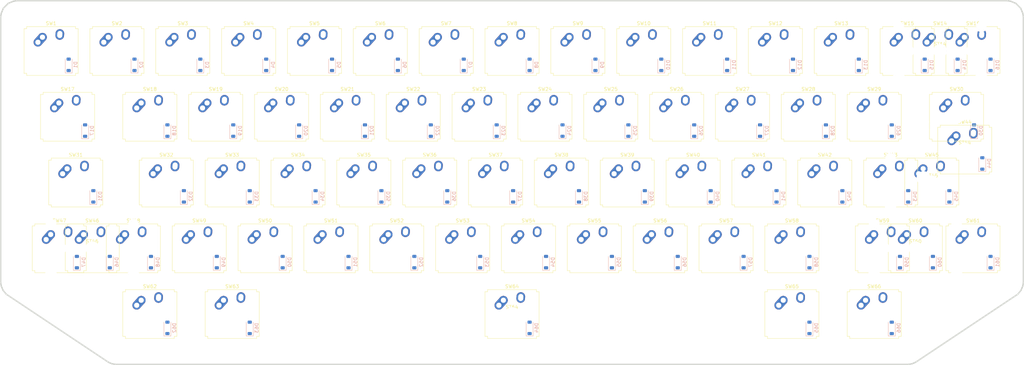
<source format=kicad_pcb>
(kicad_pcb (version 20221018) (generator pcbnew)
  (layers (0 "F.Cu" signal) (31 "B.Cu" signal) (34 "B.Paste" user) (35 "F.Paste" user) (36 "B.SilkS" user "B.Silkscreen") (37 "F.SilkS" user "F.Silkscreen") (38 "B.Mask" user) (39 "F.Mask" user) (44 "Edge.Cuts" user))
  (net 0 "")
  (net 1 "COL10")
  (net 2 "COL11")
  (net 3 "COL12")
  (net 4 "COL13")
  (net 5 "COL14")
  (net 6 "COL15")
  (net 7 "COL16")
  (net 8 "COL17")
  (net 9 "COL3")
  (net 10 "COL4")
  (net 11 "COL5")
  (net 12 "COL6")
  (net 13 "COL7")
  (net 14 "COL8")
  (net 15 "COL9")
  (net 16 "N$1")
  (net 17 "N$10")
  (net 18 "N$11")
  (net 19 "N$12")
  (net 20 "N$13")
  (net 21 "N$14")
  (net 22 "N$15")
  (net 23 "N$16")
  (net 24 "N$17")
  (net 25 "N$18")
  (net 26 "N$19")
  (net 27 "N$2")
  (net 28 "N$20")
  (net 29 "N$21")
  (net 30 "N$22")
  (net 31 "N$23")
  (net 32 "N$24")
  (net 33 "N$25")
  (net 34 "N$26")
  (net 35 "N$27")
  (net 36 "N$28")
  (net 37 "N$29")
  (net 38 "N$3")
  (net 39 "N$30")
  (net 40 "N$31")
  (net 41 "N$32")
  (net 42 "N$33")
  (net 43 "N$34")
  (net 44 "N$35")
  (net 45 "N$36")
  (net 46 "N$37")
  (net 47 "N$38")
  (net 48 "N$39")
  (net 49 "N$4")
  (net 50 "N$40")
  (net 51 "N$41")
  (net 52 "N$42")
  (net 53 "N$43")
  (net 54 "N$44")
  (net 55 "N$45")
  (net 56 "N$46")
  (net 57 "N$47")
  (net 58 "N$48")
  (net 59 "N$49")
  (net 60 "N$5")
  (net 61 "N$50")
  (net 62 "N$51")
  (net 63 "N$52")
  (net 64 "N$53")
  (net 65 "N$54")
  (net 66 "N$55")
  (net 67 "N$56")
  (net 68 "N$57")
  (net 69 "N$58")
  (net 70 "N$59")
  (net 71 "N$6")
  (net 72 "N$60")
  (net 73 "N$61")
  (net 74 "N$62")
  (net 75 "N$63")
  (net 76 "N$64")
  (net 77 "N$65")
  (net 78 "N$66")
  (net 79 "N$7")
  (net 80 "N$8")
  (net 81 "N$9")
  (net 82 "ROW0")
  (net 83 "ROW1")
  (net 84 "ROW2")
  (net 85 "ROW3")
  (net 86 "ROW4")
  (footprint "SW_Hybrid_Cherry_MX_Alps_1.00u" (layer "F.Cu") (at 361.95 38.1)
    (fp_text reference "SW16" (at 0 -8) (layer "F.SilkS"))
    (fp_text value "SW_Push")
    (pad "" np_thru_hole circle (at -5.08 0) (size 1.75 1.75) (drill 1.75) (layers "*.Cu" "*.Mask"))
    (pad "" np_thru_hole circle (at 0 0) (size 4 4) (drill 4) (layers "*.Cu" "*.Mask"))
    (pad "" np_thru_hole circle (at 5.08 0) (size 1.75 1.75) (drill 1.75) (layers "*.Cu" "*.Mask"))
    (pad "1" thru_hole oval (at -3.81 -2.54 48) (size 4.46156 2.5) (drill 1.5 (offset 0.980778 0)) (layers "*.Cu" "*.Mask") (net 8 "COL17"))
    (pad "1" thru_hole circle (at -2.5 -4) (size 2.5 2.5) (drill 1.5) (layers "*.Cu" "*.Mask") (net 8 "COL17"))
    (pad "2" thru_hole oval (at 2.52 -4.79 86) (size 3.081378 2.5) (drill oval 2.08137 1.5) (layers "*.Cu" "*.Mask") (net 23 "N$16"))
  )
  (footprint "SW_Hybrid_Cherry_MX_Alps_1.50u" (layer "F.Cu") (at 357.1875 57.15)
    (fp_text reference "SW30" (at 0 -8) (layer "F.SilkS"))
    (fp_text value "SW_Push")
    (pad "" np_thru_hole circle (at -5.08 0) (size 1.75 1.75) (drill 1.75) (layers "*.Cu" "*.Mask"))
    (pad "" np_thru_hole circle (at 0 0) (size 4 4) (drill 4) (layers "*.Cu" "*.Mask"))
    (pad "" np_thru_hole circle (at 5.08 0) (size 1.75 1.75) (drill 1.75) (layers "*.Cu" "*.Mask"))
    (pad "1" thru_hole oval (at -3.81 -2.54 48) (size 4.46156 2.5) (drill 1.5 (offset 0.980778 0)) (layers "*.Cu" "*.Mask") (net 7 "COL16"))
    (pad "1" thru_hole circle (at -2.5 -4) (size 2.5 2.5) (drill 1.5) (layers "*.Cu" "*.Mask") (net 7 "COL16"))
    (pad "2" thru_hole oval (at 2.52 -4.79 86) (size 3.081378 2.5) (drill oval 2.08137 1.5) (layers "*.Cu" "*.Mask") (net 39 "N$30"))
  )
  (footprint "SW_Hybrid_Cherry_MX_Alps_1.00u" (layer "F.Cu") (at 342.9 38.1)
    (fp_text reference "SW15" (at 0 -8) (layer "F.SilkS"))
    (fp_text value "SW_Push")
    (pad "" np_thru_hole circle (at -5.08 0) (size 1.75 1.75) (drill 1.75) (layers "*.Cu" "*.Mask"))
    (pad "" np_thru_hole circle (at 0 0) (size 4 4) (drill 4) (layers "*.Cu" "*.Mask"))
    (pad "" np_thru_hole circle (at 5.08 0) (size 1.75 1.75) (drill 1.75) (layers "*.Cu" "*.Mask"))
    (pad "1" thru_hole oval (at -3.81 -2.54 48) (size 4.46156 2.5) (drill 1.5 (offset 0.980778 0)) (layers "*.Cu" "*.Mask") (net 7 "COL16"))
    (pad "1" thru_hole circle (at -2.5 -4) (size 2.5 2.5) (drill 1.5) (layers "*.Cu" "*.Mask") (net 7 "COL16"))
    (pad "2" thru_hole oval (at 2.52 -4.79 86) (size 3.081378 2.5) (drill oval 2.08137 1.5) (layers "*.Cu" "*.Mask") (net 22 "N$15"))
  )
  (footprint "SW_Hybrid_Cherry_MX_Alps_1.50u" (layer "F.Cu") (at 100.0125 57.15)
    (fp_text reference "SW17" (at 0 -8) (layer "F.SilkS"))
    (fp_text value "SW_Push")
    (pad "" np_thru_hole circle (at -5.08 0) (size 1.75 1.75) (drill 1.75) (layers "*.Cu" "*.Mask"))
    (pad "" np_thru_hole circle (at 0 0) (size 4 4) (drill 4) (layers "*.Cu" "*.Mask"))
    (pad "" np_thru_hole circle (at 5.08 0) (size 1.75 1.75) (drill 1.75) (layers "*.Cu" "*.Mask"))
    (pad "1" thru_hole oval (at -3.81 -2.54 48) (size 4.46156 2.5) (drill 1.5 (offset 0.980778 0)) (layers "*.Cu" "*.Mask") (net 9 "COL3"))
    (pad "1" thru_hole circle (at -2.5 -4) (size 2.5 2.5) (drill 1.5) (layers "*.Cu" "*.Mask") (net 9 "COL3"))
    (pad "2" thru_hole oval (at 2.52 -4.79 86) (size 3.081378 2.5) (drill oval 2.08137 1.5) (layers "*.Cu" "*.Mask") (net 24 "N$17"))
  )
  (footprint "SW_Hybrid_Cherry_MX_Alps_1.00u" (layer "F.Cu") (at 238.125 57.15)
    (fp_text reference "SW24" (at 0 -8) (layer "F.SilkS"))
    (fp_text value "SW_Push")
    (pad "" np_thru_hole circle (at -5.08 0) (size 1.75 1.75) (drill 1.75) (layers "*.Cu" "*.Mask"))
    (pad "" np_thru_hole circle (at 0 0) (size 4 4) (drill 4) (layers "*.Cu" "*.Mask"))
    (pad "" np_thru_hole circle (at 5.08 0) (size 1.75 1.75) (drill 1.75) (layers "*.Cu" "*.Mask"))
    (pad "1" thru_hole oval (at -3.81 -2.54 48) (size 4.46156 2.5) (drill 1.5 (offset 0.980778 0)) (layers "*.Cu" "*.Mask") (net 1 "COL10"))
    (pad "1" thru_hole circle (at -2.5 -4) (size 2.5 2.5) (drill 1.5) (layers "*.Cu" "*.Mask") (net 1 "COL10"))
    (pad "2" thru_hole oval (at 2.52 -4.79 86) (size 3.081378 2.5) (drill oval 2.08137 1.5) (layers "*.Cu" "*.Mask") (net 32 "N$24"))
  )
  (footprint "SW_Hybrid_Cherry_MX_Alps_1.00u" (layer "F.Cu") (at 190.5 38.1)
    (fp_text reference "SW6" (at 0 -8) (layer "F.SilkS"))
    (fp_text value "SW_Push")
    (pad "" np_thru_hole circle (at -5.08 0) (size 1.75 1.75) (drill 1.75) (layers "*.Cu" "*.Mask"))
    (pad "" np_thru_hole circle (at 0 0) (size 4 4) (drill 4) (layers "*.Cu" "*.Mask"))
    (pad "" np_thru_hole circle (at 5.08 0) (size 1.75 1.75) (drill 1.75) (layers "*.Cu" "*.Mask"))
    (pad "1" thru_hole oval (at -3.81 -2.54 48) (size 4.46156 2.5) (drill 1.5 (offset 0.980778 0)) (layers "*.Cu" "*.Mask") (net 14 "COL8"))
    (pad "1" thru_hole circle (at -2.5 -4) (size 2.5 2.5) (drill 1.5) (layers "*.Cu" "*.Mask") (net 14 "COL8"))
    (pad "2" thru_hole oval (at 2.52 -4.79 86) (size 3.081378 2.5) (drill oval 2.08137 1.5) (layers "*.Cu" "*.Mask") (net 71 "N$6"))
  )
  (footprint "SW_Hybrid_Cherry_MX_Alps_2.25u" (layer "F.Cu") (at 107.15625 95.25)
    (fp_text reference "SW46" (at 0 -8) (layer "F.SilkS"))
    (fp_text value "SW_Push")
    (pad "" np_thru_hole circle (at -5.08 0) (size 1.75 1.75) (drill 1.75) (layers "*.Cu" "*.Mask"))
    (pad "" np_thru_hole circle (at 0 0) (size 4 4) (drill 4) (layers "*.Cu" "*.Mask"))
    (pad "" np_thru_hole circle (at 5.08 0) (size 1.75 1.75) (drill 1.75) (layers "*.Cu" "*.Mask"))
    (pad "1" thru_hole oval (at -3.81 -2.54 48) (size 4.46156 2.5) (drill 1.5 (offset 0.980778 0)) (layers "*.Cu" "*.Mask") (net 9 "COL3"))
    (pad "1" thru_hole circle (at -2.5 -4) (size 2.5 2.5) (drill 1.5) (layers "*.Cu" "*.Mask") (net 9 "COL3"))
    (pad "2" thru_hole oval (at 2.52 -4.79 86) (size 3.081378 2.5) (drill oval 2.08137 1.5) (layers "*.Cu" "*.Mask") (net 56 "N$46"))
  )
  (footprint "Stabilizer_Cherry_MX_2.00u" (layer "F.Cu") (at 359.56875 66.675)
    (fp_text reference "ST44" (at 0 -2) (layer "F.SilkS"))
    (fp_text value "MountingHole")
    (pad "" np_thru_hole circle (at -11.938 -6.985) (size 3.048 3.048) (drill 3.048) (layers "*.Cu" "*.Mask"))
    (pad "" np_thru_hole circle (at -11.938 8.225) (size 3.9878 3.9878) (drill 3.9878) (layers "*.Cu" "*.Mask"))
    (pad "" np_thru_hole circle (at 11.938 -6.985) (size 3.048 3.048) (drill 3.048) (layers "*.Cu" "*.Mask"))
    (pad "" np_thru_hole circle (at 11.938 8.225) (size 3.9878 3.9878) (drill 3.9878) (layers "*.Cu" "*.Mask"))
  )
  (footprint "SW_Hybrid_Cherry_MX_Alps_2.25u" (layer "F.Cu") (at 350.04375 76.2)
    (fp_text reference "SW45" (at 0 -8) (layer "F.SilkS"))
    (fp_text value "SW_Push")
    (pad "" np_thru_hole circle (at -5.08 0) (size 1.75 1.75) (drill 1.75) (layers "*.Cu" "*.Mask"))
    (pad "" np_thru_hole circle (at 0 0) (size 4 4) (drill 4) (layers "*.Cu" "*.Mask"))
    (pad "" np_thru_hole circle (at 5.08 0) (size 1.75 1.75) (drill 1.75) (layers "*.Cu" "*.Mask"))
    (pad "1" thru_hole oval (at -3.81 -2.54 48) (size 4.46156 2.5) (drill 1.5 (offset 0.980778 0)) (layers "*.Cu" "*.Mask") (net 7 "COL16"))
    (pad "1" thru_hole circle (at -2.5 -4) (size 2.5 2.5) (drill 1.5) (layers "*.Cu" "*.Mask") (net 7 "COL16"))
    (pad "2" thru_hole oval (at 2.52 -4.79 86) (size 3.081378 2.5) (drill oval 2.08137 1.5) (layers "*.Cu" "*.Mask") (net 55 "N$45"))
  )
  (footprint "SW_Hybrid_Cherry_MX_Alps_1.00u" (layer "F.Cu") (at 157.1625 95.25)
    (fp_text reference "SW50" (at 0 -8) (layer "F.SilkS"))
    (fp_text value "SW_Push")
    (pad "" np_thru_hole circle (at -5.08 0) (size 1.75 1.75) (drill 1.75) (layers "*.Cu" "*.Mask"))
    (pad "" np_thru_hole circle (at 0 0) (size 4 4) (drill 4) (layers "*.Cu" "*.Mask"))
    (pad "" np_thru_hole circle (at 5.08 0) (size 1.75 1.75) (drill 1.75) (layers "*.Cu" "*.Mask"))
    (pad "1" thru_hole oval (at -3.81 -2.54 48) (size 4.46156 2.5) (drill 1.5 (offset 0.980778 0)) (layers "*.Cu" "*.Mask") (net 12 "COL6"))
    (pad "1" thru_hole circle (at -2.5 -4) (size 2.5 2.5) (drill 1.5) (layers "*.Cu" "*.Mask") (net 12 "COL6"))
    (pad "2" thru_hole oval (at 2.52 -4.79 86) (size 3.081378 2.5) (drill oval 2.08137 1.5) (layers "*.Cu" "*.Mask") (net 61 "N$50"))
  )
  (footprint "SW_Hybrid_Cherry_MX_Alps_1.00u" (layer "F.Cu") (at 133.35 38.1)
    (fp_text reference "SW3" (at 0 -8) (layer "F.SilkS"))
    (fp_text value "SW_Push")
    (pad "" np_thru_hole circle (at -5.08 0) (size 1.75 1.75) (drill 1.75) (layers "*.Cu" "*.Mask"))
    (pad "" np_thru_hole circle (at 0 0) (size 4 4) (drill 4) (layers "*.Cu" "*.Mask"))
    (pad "" np_thru_hole circle (at 5.08 0) (size 1.75 1.75) (drill 1.75) (layers "*.Cu" "*.Mask"))
    (pad "1" thru_hole oval (at -3.81 -2.54 48) (size 4.46156 2.5) (drill 1.5 (offset 0.980778 0)) (layers "*.Cu" "*.Mask") (net 11 "COL5"))
    (pad "1" thru_hole circle (at -2.5 -4) (size 2.5 2.5) (drill 1.5) (layers "*.Cu" "*.Mask") (net 11 "COL5"))
    (pad "2" thru_hole oval (at 2.52 -4.79 86) (size 3.081378 2.5) (drill oval 2.08137 1.5) (layers "*.Cu" "*.Mask") (net 38 "N$3"))
  )
  (footprint "SW_Hybrid_Cherry_MX_Alps_7.00u" (layer "F.Cu") (at 228.6 114.3)
    (fp_text reference "SW64" (at 0 -8) (layer "F.SilkS"))
    (fp_text value "SW_Push")
    (pad "" np_thru_hole circle (at -5.08 0) (size 1.75 1.75) (drill 1.75) (layers "*.Cu" "*.Mask"))
    (pad "" np_thru_hole circle (at 0 0) (size 4 4) (drill 4) (layers "*.Cu" "*.Mask"))
    (pad "" np_thru_hole circle (at 5.08 0) (size 1.75 1.75) (drill 1.75) (layers "*.Cu" "*.Mask"))
    (pad "1" thru_hole oval (at -3.81 -2.54 48) (size 4.46156 2.5) (drill 1.5 (offset 0.980778 0)) (layers "*.Cu" "*.Mask") (net 1 "COL10"))
    (pad "1" thru_hole circle (at -2.5 -4) (size 2.5 2.5) (drill 1.5) (layers "*.Cu" "*.Mask") (net 1 "COL10"))
    (pad "2" thru_hole oval (at 2.52 -4.79 86) (size 3.081378 2.5) (drill oval 2.08137 1.5) (layers "*.Cu" "*.Mask") (net 76 "N$64"))
  )
  (footprint "SW_Hybrid_Cherry_MX_Alps_1.00u" (layer "F.Cu") (at 171.45 38.1)
    (fp_text reference "SW5" (at 0 -8) (layer "F.SilkS"))
    (fp_text value "SW_Push")
    (pad "" np_thru_hole circle (at -5.08 0) (size 1.75 1.75) (drill 1.75) (layers "*.Cu" "*.Mask"))
    (pad "" np_thru_hole circle (at 0 0) (size 4 4) (drill 4) (layers "*.Cu" "*.Mask"))
    (pad "" np_thru_hole circle (at 5.08 0) (size 1.75 1.75) (drill 1.75) (layers "*.Cu" "*.Mask"))
    (pad "1" thru_hole oval (at -3.81 -2.54 48) (size 4.46156 2.5) (drill 1.5 (offset 0.980778 0)) (layers "*.Cu" "*.Mask") (net 13 "COL7"))
    (pad "1" thru_hole circle (at -2.5 -4) (size 2.5 2.5) (drill 1.5) (layers "*.Cu" "*.Mask") (net 13 "COL7"))
    (pad "2" thru_hole oval (at 2.52 -4.79 86) (size 3.081378 2.5) (drill oval 2.08137 1.5) (layers "*.Cu" "*.Mask") (net 60 "N$5"))
  )
  (footprint "SW_Hybrid_Cherry_MX_Alps_1.00u" (layer "F.Cu") (at 123.825 57.15)
    (fp_text reference "SW18" (at 0 -8) (layer "F.SilkS"))
    (fp_text value "SW_Push")
    (pad "" np_thru_hole circle (at -5.08 0) (size 1.75 1.75) (drill 1.75) (layers "*.Cu" "*.Mask"))
    (pad "" np_thru_hole circle (at 0 0) (size 4 4) (drill 4) (layers "*.Cu" "*.Mask"))
    (pad "" np_thru_hole circle (at 5.08 0) (size 1.75 1.75) (drill 1.75) (layers "*.Cu" "*.Mask"))
    (pad "1" thru_hole oval (at -3.81 -2.54 48) (size 4.46156 2.5) (drill 1.5 (offset 0.980778 0)) (layers "*.Cu" "*.Mask") (net 10 "COL4"))
    (pad "1" thru_hole circle (at -2.5 -4) (size 2.5 2.5) (drill 1.5) (layers "*.Cu" "*.Mask") (net 10 "COL4"))
    (pad "2" thru_hole oval (at 2.52 -4.79 86) (size 3.081378 2.5) (drill oval 2.08137 1.5) (layers "*.Cu" "*.Mask") (net 25 "N$18"))
  )
  (footprint "SW_Hybrid_Cherry_MX_Alps_1.00u" (layer "F.Cu") (at 242.8875 76.2)
    (fp_text reference "SW38" (at 0 -8) (layer "F.SilkS"))
    (fp_text value "SW_Push")
    (pad "" np_thru_hole circle (at -5.08 0) (size 1.75 1.75) (drill 1.75) (layers "*.Cu" "*.Mask"))
    (pad "" np_thru_hole circle (at 0 0) (size 4 4) (drill 4) (layers "*.Cu" "*.Mask"))
    (pad "" np_thru_hole circle (at 5.08 0) (size 1.75 1.75) (drill 1.75) (layers "*.Cu" "*.Mask"))
    (pad "1" thru_hole oval (at -3.81 -2.54 48) (size 4.46156 2.5) (drill 1.5 (offset 0.980778 0)) (layers "*.Cu" "*.Mask") (net 1 "COL10"))
    (pad "1" thru_hole circle (at -2.5 -4) (size 2.5 2.5) (drill 1.5) (layers "*.Cu" "*.Mask") (net 1 "COL10"))
    (pad "2" thru_hole oval (at 2.52 -4.79 86) (size 3.081378 2.5) (drill oval 2.08137 1.5) (layers "*.Cu" "*.Mask") (net 47 "N$38"))
  )
  (footprint "SW_Hybrid_Cherry_MX_Alps_1.50u" (layer "F.Cu") (at 147.6375 114.3)
    (fp_text reference "SW63" (at 0 -8) (layer "F.SilkS"))
    (fp_text value "SW_Push")
    (pad "" np_thru_hole circle (at -5.08 0) (size 1.75 1.75) (drill 1.75) (layers "*.Cu" "*.Mask"))
    (pad "" np_thru_hole circle (at 0 0) (size 4 4) (drill 4) (layers "*.Cu" "*.Mask"))
    (pad "" np_thru_hole circle (at 5.08 0) (size 1.75 1.75) (drill 1.75) (layers "*.Cu" "*.Mask"))
    (pad "1" thru_hole oval (at -3.81 -2.54 48) (size 4.46156 2.5) (drill 1.5 (offset 0.980778 0)) (layers "*.Cu" "*.Mask") (net 11 "COL5"))
    (pad "1" thru_hole circle (at -2.5 -4) (size 2.5 2.5) (drill 1.5) (layers "*.Cu" "*.Mask") (net 11 "COL5"))
    (pad "2" thru_hole oval (at 2.52 -4.79 86) (size 3.081378 2.5) (drill oval 2.08137 1.5) (layers "*.Cu" "*.Mask") (net 75 "N$63"))
  )
  (footprint "SW_Hybrid_Cherry_MX_Alps_1.00u" (layer "F.Cu") (at 114.3 38.1)
    (fp_text reference "SW2" (at 0 -8) (layer "F.SilkS"))
    (fp_text value "SW_Push")
    (pad "" np_thru_hole circle (at -5.08 0) (size 1.75 1.75) (drill 1.75) (layers "*.Cu" "*.Mask"))
    (pad "" np_thru_hole circle (at 0 0) (size 4 4) (drill 4) (layers "*.Cu" "*.Mask"))
    (pad "" np_thru_hole circle (at 5.08 0) (size 1.75 1.75) (drill 1.75) (layers "*.Cu" "*.Mask"))
    (pad "1" thru_hole oval (at -3.81 -2.54 48) (size 4.46156 2.5) (drill 1.5 (offset 0.980778 0)) (layers "*.Cu" "*.Mask") (net 10 "COL4"))
    (pad "1" thru_hole circle (at -2.5 -4) (size 2.5 2.5) (drill 1.5) (layers "*.Cu" "*.Mask") (net 10 "COL4"))
    (pad "2" thru_hole oval (at 2.52 -4.79 86) (size 3.081378 2.5) (drill oval 2.08137 1.5) (layers "*.Cu" "*.Mask") (net 27 "N$2"))
  )
  (footprint "SW_Hybrid_Cherry_MX_Alps_1.00u" (layer "F.Cu") (at 228.6 38.1)
    (fp_text reference "SW8" (at 0 -8) (layer "F.SilkS"))
    (fp_text value "SW_Push")
    (pad "" np_thru_hole circle (at -5.08 0) (size 1.75 1.75) (drill 1.75) (layers "*.Cu" "*.Mask"))
    (pad "" np_thru_hole circle (at 0 0) (size 4 4) (drill 4) (layers "*.Cu" "*.Mask"))
    (pad "" np_thru_hole circle (at 5.08 0) (size 1.75 1.75) (drill 1.75) (layers "*.Cu" "*.Mask"))
    (pad "1" thru_hole oval (at -3.81 -2.54 48) (size 4.46156 2.5) (drill 1.5 (offset 0.980778 0)) (layers "*.Cu" "*.Mask") (net 1 "COL10"))
    (pad "1" thru_hole circle (at -2.5 -4) (size 2.5 2.5) (drill 1.5) (layers "*.Cu" "*.Mask") (net 1 "COL10"))
    (pad "2" thru_hole oval (at 2.52 -4.79 86) (size 3.081378 2.5) (drill oval 2.08137 1.5) (layers "*.Cu" "*.Mask") (net 80 "N$8"))
  )
  (footprint "SW_Hybrid_Cherry_MX_Alps_1.00u" (layer "F.Cu") (at 333.375 57.15)
    (fp_text reference "SW29" (at 0 -8) (layer "F.SilkS"))
    (fp_text value "SW_Push")
    (pad "" np_thru_hole circle (at -5.08 0) (size 1.75 1.75) (drill 1.75) (layers "*.Cu" "*.Mask"))
    (pad "" np_thru_hole circle (at 0 0) (size 4 4) (drill 4) (layers "*.Cu" "*.Mask"))
    (pad "" np_thru_hole circle (at 5.08 0) (size 1.75 1.75) (drill 1.75) (layers "*.Cu" "*.Mask"))
    (pad "1" thru_hole oval (at -3.81 -2.54 48) (size 4.46156 2.5) (drill 1.5 (offset 0.980778 0)) (layers "*.Cu" "*.Mask") (net 6 "COL15"))
    (pad "1" thru_hole circle (at -2.5 -4) (size 2.5 2.5) (drill 1.5) (layers "*.Cu" "*.Mask") (net 6 "COL15"))
    (pad "2" thru_hole oval (at 2.52 -4.79 86) (size 3.081378 2.5) (drill oval 2.08137 1.5) (layers "*.Cu" "*.Mask") (net 37 "N$29"))
  )
  (footprint "SW_Hybrid_Cherry_MX_Alps_1.00u" (layer "F.Cu") (at 161.925 57.15)
    (fp_text reference "SW20" (at 0 -8) (layer "F.SilkS"))
    (fp_text value "SW_Push")
    (pad "" np_thru_hole circle (at -5.08 0) (size 1.75 1.75) (drill 1.75) (layers "*.Cu" "*.Mask"))
    (pad "" np_thru_hole circle (at 0 0) (size 4 4) (drill 4) (layers "*.Cu" "*.Mask"))
    (pad "" np_thru_hole circle (at 5.08 0) (size 1.75 1.75) (drill 1.75) (layers "*.Cu" "*.Mask"))
    (pad "1" thru_hole oval (at -3.81 -2.54 48) (size 4.46156 2.5) (drill 1.5 (offset 0.980778 0)) (layers "*.Cu" "*.Mask") (net 12 "COL6"))
    (pad "1" thru_hole circle (at -2.5 -4) (size 2.5 2.5) (drill 1.5) (layers "*.Cu" "*.Mask") (net 12 "COL6"))
    (pad "2" thru_hole oval (at 2.52 -4.79 86) (size 3.081378 2.5) (drill oval 2.08137 1.5) (layers "*.Cu" "*.Mask") (net 28 "N$20"))
  )
  (footprint "Stabilizer_Cherry_MX_2.00u" (layer "F.Cu") (at 352.425 38.1)
    (fp_text reference "ST14" (at 0 -2) (layer "F.SilkS"))
    (fp_text value "MountingHole")
    (pad "" np_thru_hole circle (at -11.938 -6.985) (size 3.048 3.048) (drill 3.048) (layers "*.Cu" "*.Mask"))
    (pad "" np_thru_hole circle (at -11.938 8.225) (size 3.9878 3.9878) (drill 3.9878) (layers "*.Cu" "*.Mask"))
    (pad "" np_thru_hole circle (at 11.938 -6.985) (size 3.048 3.048) (drill 3.048) (layers "*.Cu" "*.Mask"))
    (pad "" np_thru_hole circle (at 11.938 8.225) (size 3.9878 3.9878) (drill 3.9878) (layers "*.Cu" "*.Mask"))
  )
  (footprint "SW_Hybrid_Cherry_MX_Alps_1.00u" (layer "F.Cu") (at 247.65 38.1)
    (fp_text reference "SW9" (at 0 -8) (layer "F.SilkS"))
    (fp_text value "SW_Push")
    (pad "" np_thru_hole circle (at -5.08 0) (size 1.75 1.75) (drill 1.75) (layers "*.Cu" "*.Mask"))
    (pad "" np_thru_hole circle (at 0 0) (size 4 4) (drill 4) (layers "*.Cu" "*.Mask"))
    (pad "" np_thru_hole circle (at 5.08 0) (size 1.75 1.75) (drill 1.75) (layers "*.Cu" "*.Mask"))
    (pad "1" thru_hole oval (at -3.81 -2.54 48) (size 4.46156 2.5) (drill 1.5 (offset 0.980778 0)) (layers "*.Cu" "*.Mask") (net 2 "COL11"))
    (pad "1" thru_hole circle (at -2.5 -4) (size 2.5 2.5) (drill 1.5) (layers "*.Cu" "*.Mask") (net 2 "COL11"))
    (pad "2" thru_hole oval (at 2.52 -4.79 86) (size 3.081378 2.5) (drill oval 2.08137 1.5) (layers "*.Cu" "*.Mask") (net 81 "N$9"))
  )
  (footprint "SW_Hybrid_Cherry_MX_Alps_1.00u" (layer "F.Cu") (at 295.275 57.15)
    (fp_text reference "SW27" (at 0 -8) (layer "F.SilkS"))
    (fp_text value "SW_Push")
    (pad "" np_thru_hole circle (at -5.08 0) (size 1.75 1.75) (drill 1.75) (layers "*.Cu" "*.Mask"))
    (pad "" np_thru_hole circle (at 0 0) (size 4 4) (drill 4) (layers "*.Cu" "*.Mask"))
    (pad "" np_thru_hole circle (at 5.08 0) (size 1.75 1.75) (drill 1.75) (layers "*.Cu" "*.Mask"))
    (pad "1" thru_hole oval (at -3.81 -2.54 48) (size 4.46156 2.5) (drill 1.5 (offset 0.980778 0)) (layers "*.Cu" "*.Mask") (net 4 "COL13"))
    (pad "1" thru_hole circle (at -2.5 -4) (size 2.5 2.5) (drill 1.5) (layers "*.Cu" "*.Mask") (net 4 "COL13"))
    (pad "2" thru_hole oval (at 2.52 -4.79 86) (size 3.081378 2.5) (drill oval 2.08137 1.5) (layers "*.Cu" "*.Mask") (net 35 "N$27"))
  )
  (footprint "Stabilizer_Cherry_MX_2.00u" (layer "F.Cu") (at 107.15625 95.25)
    (fp_text reference "ST46" (at 0 -2) (layer "F.SilkS"))
    (fp_text value "MountingHole")
    (pad "" np_thru_hole circle (at -11.938 -6.985) (size 3.048 3.048) (drill 3.048) (layers "*.Cu" "*.Mask"))
    (pad "" np_thru_hole circle (at -11.938 8.225) (size 3.9878 3.9878) (drill 3.9878) (layers "*.Cu" "*.Mask"))
    (pad "" np_thru_hole circle (at 11.938 -6.985) (size 3.048 3.048) (drill 3.048) (layers "*.Cu" "*.Mask"))
    (pad "" np_thru_hole circle (at 11.938 8.225) (size 3.9878 3.9878) (drill 3.9878) (layers "*.Cu" "*.Mask"))
  )
  (footprint "SW_Hybrid_Cherry_MX_Alps_1.00u" (layer "F.Cu") (at 257.175 57.15)
    (fp_text reference "SW25" (at 0 -8) (layer "F.SilkS"))
    (fp_text value "SW_Push")
    (pad "" np_thru_hole circle (at -5.08 0) (size 1.75 1.75) (drill 1.75) (layers "*.Cu" "*.Mask"))
    (pad "" np_thru_hole circle (at 0 0) (size 4 4) (drill 4) (layers "*.Cu" "*.Mask"))
    (pad "" np_thru_hole circle (at 5.08 0) (size 1.75 1.75) (drill 1.75) (layers "*.Cu" "*.Mask"))
    (pad "1" thru_hole oval (at -3.81 -2.54 48) (size 4.46156 2.5) (drill 1.5 (offset 0.980778 0)) (layers "*.Cu" "*.Mask") (net 2 "COL11"))
    (pad "1" thru_hole circle (at -2.5 -4) (size 2.5 2.5) (drill 1.5) (layers "*.Cu" "*.Mask") (net 2 "COL11"))
    (pad "2" thru_hole oval (at 2.52 -4.79 86) (size 3.081378 2.5) (drill oval 2.08137 1.5) (layers "*.Cu" "*.Mask") (net 33 "N$25"))
  )
  (footprint "SW_Hybrid_Cherry_MX_Alps_1.00u" (layer "F.Cu") (at 338.1375 76.2)
    (fp_text reference "SW43" (at 0 -8) (layer "F.SilkS"))
    (fp_text value "SW_Push")
    (pad "" np_thru_hole circle (at -5.08 0) (size 1.75 1.75) (drill 1.75) (layers "*.Cu" "*.Mask"))
    (pad "" np_thru_hole circle (at 0 0) (size 4 4) (drill 4) (layers "*.Cu" "*.Mask"))
    (pad "" np_thru_hole circle (at 5.08 0) (size 1.75 1.75) (drill 1.75) (layers "*.Cu" "*.Mask"))
    (pad "1" thru_hole oval (at -3.81 -2.54 48) (size 4.46156 2.5) (drill 1.5 (offset 0.980778 0)) (layers "*.Cu" "*.Mask") (net 6 "COL15"))
    (pad "1" thru_hole circle (at -2.5 -4) (size 2.5 2.5) (drill 1.5) (layers "*.Cu" "*.Mask") (net 6 "COL15"))
    (pad "2" thru_hole oval (at 2.52 -4.79 86) (size 3.081378 2.5) (drill oval 2.08137 1.5) (layers "*.Cu" "*.Mask") (net 53 "N$43"))
  )
  (footprint "SW_Hybrid_Cherry_MX_Alps_1.00u" (layer "F.Cu") (at 204.7875 76.2)
    (fp_text reference "SW36" (at 0 -8) (layer "F.SilkS"))
    (fp_text value "SW_Push")
    (pad "" np_thru_hole circle (at -5.08 0) (size 1.75 1.75) (drill 1.75) (layers "*.Cu" "*.Mask"))
    (pad "" np_thru_hole circle (at 0 0) (size 4 4) (drill 4) (layers "*.Cu" "*.Mask"))
    (pad "" np_thru_hole circle (at 5.08 0) (size 1.75 1.75) (drill 1.75) (layers "*.Cu" "*.Mask"))
    (pad "1" thru_hole oval (at -3.81 -2.54 48) (size 4.46156 2.5) (drill 1.5 (offset 0.980778 0)) (layers "*.Cu" "*.Mask") (net 14 "COL8"))
    (pad "1" thru_hole circle (at -2.5 -4) (size 2.5 2.5) (drill 1.5) (layers "*.Cu" "*.Mask") (net 14 "COL8"))
    (pad "2" thru_hole oval (at 2.52 -4.79 86) (size 3.081378 2.5) (drill oval 2.08137 1.5) (layers "*.Cu" "*.Mask") (net 45 "N$36"))
  )
  (footprint "SW_Hybrid_Cherry_MX_Alps_1.25u" (layer "F.Cu") (at 97.63125 95.25)
    (fp_text reference "SW47" (at 0 -8) (layer "F.SilkS"))
    (fp_text value "SW_Push")
    (pad "" np_thru_hole circle (at -5.08 0) (size 1.75 1.75) (drill 1.75) (layers "*.Cu" "*.Mask"))
    (pad "" np_thru_hole circle (at 0 0) (size 4 4) (drill 4) (layers "*.Cu" "*.Mask"))
    (pad "" np_thru_hole circle (at 5.08 0) (size 1.75 1.75) (drill 1.75) (layers "*.Cu" "*.Mask"))
    (pad "1" thru_hole oval (at -3.81 -2.54 48) (size 4.46156 2.5) (drill 1.5 (offset 0.980778 0)) (layers "*.Cu" "*.Mask") (net 9 "COL3"))
    (pad "1" thru_hole circle (at -2.5 -4) (size 2.5 2.5) (drill 1.5) (layers "*.Cu" "*.Mask") (net 9 "COL3"))
    (pad "2" thru_hole oval (at 2.52 -4.79 86) (size 3.081378 2.5) (drill oval 2.08137 1.5) (layers "*.Cu" "*.Mask") (net 57 "N$47"))
  )
  (footprint "SW_Hybrid_Cherry_MX_Alps_2.75u" (layer "F.Cu") (at 345.28125 95.25)
    (fp_text reference "SW60" (at 0 -8) (layer "F.SilkS"))
    (fp_text value "SW_Push")
    (pad "" np_thru_hole circle (at -5.08 0) (size 1.75 1.75) (drill 1.75) (layers "*.Cu" "*.Mask"))
    (pad "" np_thru_hole circle (at 0 0) (size 4 4) (drill 4) (layers "*.Cu" "*.Mask"))
    (pad "" np_thru_hole circle (at 5.08 0) (size 1.75 1.75) (drill 1.75) (layers "*.Cu" "*.Mask"))
    (pad "1" thru_hole oval (at -3.81 -2.54 48) (size 4.46156 2.5) (drill 1.5 (offset 0.980778 0)) (layers "*.Cu" "*.Mask") (net 7 "COL16"))
    (pad "1" thru_hole circle (at -2.5 -4) (size 2.5 2.5) (drill 1.5) (layers "*.Cu" "*.Mask") (net 7 "COL16"))
    (pad "2" thru_hole oval (at 2.52 -4.79 86) (size 3.081378 2.5) (drill oval 2.08137 1.5) (layers "*.Cu" "*.Mask") (net 72 "N$60"))
  )
  (footprint "SW_Hybrid_Cherry_MX_Alps_1.50u" (layer "F.Cu") (at 309.5625 114.3)
    (fp_text reference "SW65" (at 0 -8) (layer "F.SilkS"))
    (fp_text value "SW_Push")
    (pad "" np_thru_hole circle (at -5.08 0) (size 1.75 1.75) (drill 1.75) (layers "*.Cu" "*.Mask"))
    (pad "" np_thru_hole circle (at 0 0) (size 4 4) (drill 4) (layers "*.Cu" "*.Mask"))
    (pad "" np_thru_hole circle (at 5.08 0) (size 1.75 1.75) (drill 1.75) (layers "*.Cu" "*.Mask"))
    (pad "1" thru_hole oval (at -3.81 -2.54 48) (size 4.46156 2.5) (drill 1.5 (offset 0.980778 0)) (layers "*.Cu" "*.Mask") (net 5 "COL14"))
    (pad "1" thru_hole circle (at -2.5 -4) (size 2.5 2.5) (drill 1.5) (layers "*.Cu" "*.Mask") (net 5 "COL14"))
    (pad "2" thru_hole oval (at 2.52 -4.79 86) (size 3.081378 2.5) (drill oval 2.08137 1.5) (layers "*.Cu" "*.Mask") (net 77 "N$65"))
  )
  (footprint "SW_Hybrid_Cherry_MX_Alps_1.00u" (layer "F.Cu") (at 309.5625 95.25)
    (fp_text reference "SW58" (at 0 -8) (layer "F.SilkS"))
    (fp_text value "SW_Push")
    (pad "" np_thru_hole circle (at -5.08 0) (size 1.75 1.75) (drill 1.75) (layers "*.Cu" "*.Mask"))
    (pad "" np_thru_hole circle (at 0 0) (size 4 4) (drill 4) (layers "*.Cu" "*.Mask"))
    (pad "" np_thru_hole circle (at 5.08 0) (size 1.75 1.75) (drill 1.75) (layers "*.Cu" "*.Mask"))
    (pad "1" thru_hole oval (at -3.81 -2.54 48) (size 4.46156 2.5) (drill 1.5 (offset 0.980778 0)) (layers "*.Cu" "*.Mask") (net 5 "COL14"))
    (pad "1" thru_hole circle (at -2.5 -4) (size 2.5 2.5) (drill 1.5) (layers "*.Cu" "*.Mask") (net 5 "COL14"))
    (pad "2" thru_hole oval (at 2.52 -4.79 86) (size 3.081378 2.5) (drill oval 2.08137 1.5) (layers "*.Cu" "*.Mask") (net 69 "N$58"))
  )
  (footprint "SW_Hybrid_Cherry_MX_Alps_1.00u" (layer "F.Cu") (at 138.1125 95.25)
    (fp_text reference "SW49" (at 0 -8) (layer "F.SilkS"))
    (fp_text value "SW_Push")
    (pad "" np_thru_hole circle (at -5.08 0) (size 1.75 1.75) (drill 1.75) (layers "*.Cu" "*.Mask"))
    (pad "" np_thru_hole circle (at 0 0) (size 4 4) (drill 4) (layers "*.Cu" "*.Mask"))
    (pad "" np_thru_hole circle (at 5.08 0) (size 1.75 1.75) (drill 1.75) (layers "*.Cu" "*.Mask"))
    (pad "1" thru_hole oval (at -3.81 -2.54 48) (size 4.46156 2.5) (drill 1.5 (offset 0.980778 0)) (layers "*.Cu" "*.Mask") (net 11 "COL5"))
    (pad "1" thru_hole circle (at -2.5 -4) (size 2.5 2.5) (drill 1.5) (layers "*.Cu" "*.Mask") (net 11 "COL5"))
    (pad "2" thru_hole oval (at 2.52 -4.79 86) (size 3.081378 2.5) (drill oval 2.08137 1.5) (layers "*.Cu" "*.Mask") (net 59 "N$49"))
  )
  (footprint "SW_Hybrid_Cherry_MX_Alps_1.00u" (layer "F.Cu") (at 185.7375 76.2)
    (fp_text reference "SW35" (at 0 -8) (layer "F.SilkS"))
    (fp_text value "SW_Push")
    (pad "" np_thru_hole circle (at -5.08 0) (size 1.75 1.75) (drill 1.75) (layers "*.Cu" "*.Mask"))
    (pad "" np_thru_hole circle (at 0 0) (size 4 4) (drill 4) (layers "*.Cu" "*.Mask"))
    (pad "" np_thru_hole circle (at 5.08 0) (size 1.75 1.75) (drill 1.75) (layers "*.Cu" "*.Mask"))
    (pad "1" thru_hole oval (at -3.81 -2.54 48) (size 4.46156 2.5) (drill 1.5 (offset 0.980778 0)) (layers "*.Cu" "*.Mask") (net 13 "COL7"))
    (pad "1" thru_hole circle (at -2.5 -4) (size 2.5 2.5) (drill 1.5) (layers "*.Cu" "*.Mask") (net 13 "COL7"))
    (pad "2" thru_hole oval (at 2.52 -4.79 86) (size 3.081378 2.5) (drill oval 2.08137 1.5) (layers "*.Cu" "*.Mask") (net 44 "N$35"))
  )
  (footprint "SW_Hybrid_Cherry_MX_Alps_1.00u" (layer "F.Cu") (at 195.2625 95.25)
    (fp_text reference "SW52" (at 0 -8) (layer "F.SilkS"))
    (fp_text value "SW_Push")
    (pad "" np_thru_hole circle (at -5.08 0) (size 1.75 1.75) (drill 1.75) (layers "*.Cu" "*.Mask"))
    (pad "" np_thru_hole circle (at 0 0) (size 4 4) (drill 4) (layers "*.Cu" "*.Mask"))
    (pad "" np_thru_hole circle (at 5.08 0) (size 1.75 1.75) (drill 1.75) (layers "*.Cu" "*.Mask"))
    (pad "1" thru_hole oval (at -3.81 -2.54 48) (size 4.46156 2.5) (drill 1.5 (offset 0.980778 0)) (layers "*.Cu" "*.Mask") (net 14 "COL8"))
    (pad "1" thru_hole circle (at -2.5 -4) (size 2.5 2.5) (drill 1.5) (layers "*.Cu" "*.Mask") (net 14 "COL8"))
    (pad "2" thru_hole oval (at 2.52 -4.79 86) (size 3.081378 2.5) (drill oval 2.08137 1.5) (layers "*.Cu" "*.Mask") (net 63 "N$52"))
  )
  (footprint "SW_Hybrid_Cherry_MX_Alps_1.00u" (layer "F.Cu") (at 361.95 95.25)
    (fp_text reference "SW61" (at 0 -8) (layer "F.SilkS"))
    (fp_text value "SW_Push")
    (pad "" np_thru_hole circle (at -5.08 0) (size 1.75 1.75) (drill 1.75) (layers "*.Cu" "*.Mask"))
    (pad "" np_thru_hole circle (at 0 0) (size 4 4) (drill 4) (layers "*.Cu" "*.Mask"))
    (pad "" np_thru_hole circle (at 5.08 0) (size 1.75 1.75) (drill 1.75) (layers "*.Cu" "*.Mask"))
    (pad "1" thru_hole oval (at -3.81 -2.54 48) (size 4.46156 2.5) (drill 1.5 (offset 0.980778 0)) (layers "*.Cu" "*.Mask") (net 8 "COL17"))
    (pad "1" thru_hole circle (at -2.5 -4) (size 2.5 2.5) (drill 1.5) (layers "*.Cu" "*.Mask") (net 8 "COL17"))
    (pad "2" thru_hole oval (at 2.52 -4.79 86) (size 3.081378 2.5) (drill oval 2.08137 1.5) (layers "*.Cu" "*.Mask") (net 73 "N$61"))
  )
  (footprint "SW_Hybrid_Cherry_MX_Alps_1.00u" (layer "F.Cu") (at 119.0625 95.25)
    (fp_text reference "SW48" (at 0 -8) (layer "F.SilkS"))
    (fp_text value "SW_Push")
    (pad "" np_thru_hole circle (at -5.08 0) (size 1.75 1.75) (drill 1.75) (layers "*.Cu" "*.Mask"))
    (pad "" np_thru_hole circle (at 0 0) (size 4 4) (drill 4) (layers "*.Cu" "*.Mask"))
    (pad "" np_thru_hole circle (at 5.08 0) (size 1.75 1.75) (drill 1.75) (layers "*.Cu" "*.Mask"))
    (pad "1" thru_hole oval (at -3.81 -2.54 48) (size 4.46156 2.5) (drill 1.5 (offset 0.980778 0)) (layers "*.Cu" "*.Mask") (net 10 "COL4"))
    (pad "1" thru_hole circle (at -2.5 -4) (size 2.5 2.5) (drill 1.5) (layers "*.Cu" "*.Mask") (net 10 "COL4"))
    (pad "2" thru_hole oval (at 2.52 -4.79 86) (size 3.081378 2.5) (drill oval 2.08137 1.5) (layers "*.Cu" "*.Mask") (net 58 "N$48"))
  )
  (footprint "SW_Hybrid_Cherry_MX_Alps_1.00u" (layer "F.Cu") (at 176.2125 95.25)
    (fp_text reference "SW51" (at 0 -8) (layer "F.SilkS"))
    (fp_text value "SW_Push")
    (pad "" np_thru_hole circle (at -5.08 0) (size 1.75 1.75) (drill 1.75) (layers "*.Cu" "*.Mask"))
    (pad "" np_thru_hole circle (at 0 0) (size 4 4) (drill 4) (layers "*.Cu" "*.Mask"))
    (pad "" np_thru_hole circle (at 5.08 0) (size 1.75 1.75) (drill 1.75) (layers "*.Cu" "*.Mask"))
    (pad "1" thru_hole oval (at -3.81 -2.54 48) (size 4.46156 2.5) (drill 1.5 (offset 0.980778 0)) (layers "*.Cu" "*.Mask") (net 13 "COL7"))
    (pad "1" thru_hole circle (at -2.5 -4) (size 2.5 2.5) (drill 1.5) (layers "*.Cu" "*.Mask") (net 13 "COL7"))
    (pad "2" thru_hole oval (at 2.52 -4.79 86) (size 3.081378 2.5) (drill oval 2.08137 1.5) (layers "*.Cu" "*.Mask") (net 62 "N$51"))
  )
  (footprint "SW_Hybrid_Cherry_MX_Alps_1.00u" (layer "F.Cu") (at 300.0375 76.2)
    (fp_text reference "SW41" (at 0 -8) (layer "F.SilkS"))
    (fp_text value "SW_Push")
    (pad "" np_thru_hole circle (at -5.08 0) (size 1.75 1.75) (drill 1.75) (layers "*.Cu" "*.Mask"))
    (pad "" np_thru_hole circle (at 0 0) (size 4 4) (drill 4) (layers "*.Cu" "*.Mask"))
    (pad "" np_thru_hole circle (at 5.08 0) (size 1.75 1.75) (drill 1.75) (layers "*.Cu" "*.Mask"))
    (pad "1" thru_hole oval (at -3.81 -2.54 48) (size 4.46156 2.5) (drill 1.5 (offset 0.980778 0)) (layers "*.Cu" "*.Mask") (net 4 "COL13"))
    (pad "1" thru_hole circle (at -2.5 -4) (size 2.5 2.5) (drill 1.5) (layers "*.Cu" "*.Mask") (net 4 "COL13"))
    (pad "2" thru_hole oval (at 2.52 -4.79 86) (size 3.081378 2.5) (drill oval 2.08137 1.5) (layers "*.Cu" "*.Mask") (net 51 "N$41"))
  )
  (footprint "SW_Hybrid_Cherry_MX_Alps_1.00u" (layer "F.Cu") (at 200.025 57.15)
    (fp_text reference "SW22" (at 0 -8) (layer "F.SilkS"))
    (fp_text value "SW_Push")
    (pad "" np_thru_hole circle (at -5.08 0) (size 1.75 1.75) (drill 1.75) (layers "*.Cu" "*.Mask"))
    (pad "" np_thru_hole circle (at 0 0) (size 4 4) (drill 4) (layers "*.Cu" "*.Mask"))
    (pad "" np_thru_hole circle (at 5.08 0) (size 1.75 1.75) (drill 1.75) (layers "*.Cu" "*.Mask"))
    (pad "1" thru_hole oval (at -3.81 -2.54 48) (size 4.46156 2.5) (drill 1.5 (offset 0.980778 0)) (layers "*.Cu" "*.Mask") (net 14 "COL8"))
    (pad "1" thru_hole circle (at -2.5 -4) (size 2.5 2.5) (drill 1.5) (layers "*.Cu" "*.Mask") (net 14 "COL8"))
    (pad "2" thru_hole oval (at 2.52 -4.79 86) (size 3.081378 2.5) (drill oval 2.08137 1.5) (layers "*.Cu" "*.Mask") (net 30 "N$22"))
  )
  (footprint "SW_Hybrid_Cherry_MX_Alps_1.00u" (layer "F.Cu") (at 252.4125 95.25)
    (fp_text reference "SW55" (at 0 -8) (layer "F.SilkS"))
    (fp_text value "SW_Push")
    (pad "" np_thru_hole circle (at -5.08 0) (size 1.75 1.75) (drill 1.75) (layers "*.Cu" "*.Mask"))
    (pad "" np_thru_hole circle (at 0 0) (size 4 4) (drill 4) (layers "*.Cu" "*.Mask"))
    (pad "" np_thru_hole circle (at 5.08 0) (size 1.75 1.75) (drill 1.75) (layers "*.Cu" "*.Mask"))
    (pad "1" thru_hole oval (at -3.81 -2.54 48) (size 4.46156 2.5) (drill 1.5 (offset 0.980778 0)) (layers "*.Cu" "*.Mask") (net 2 "COL11"))
    (pad "1" thru_hole circle (at -2.5 -4) (size 2.5 2.5) (drill 1.5) (layers "*.Cu" "*.Mask") (net 2 "COL11"))
    (pad "2" thru_hole oval (at 2.52 -4.79 86) (size 3.081378 2.5) (drill oval 2.08137 1.5) (layers "*.Cu" "*.Mask") (net 66 "N$55"))
  )
  (footprint "SW_Hybrid_Cherry_MX_Alps_1.75u" (layer "F.Cu") (at 102.39375 76.2)
    (fp_text reference "SW31" (at 0 -8) (layer "F.SilkS"))
    (fp_text value "SW_Push")
    (pad "" np_thru_hole circle (at -5.08 0) (size 1.75 1.75) (drill 1.75) (layers "*.Cu" "*.Mask"))
    (pad "" np_thru_hole circle (at 0 0) (size 4 4) (drill 4) (layers "*.Cu" "*.Mask"))
    (pad "" np_thru_hole circle (at 5.08 0) (size 1.75 1.75) (drill 1.75) (layers "*.Cu" "*.Mask"))
    (pad "1" thru_hole oval (at -3.81 -2.54 48) (size 4.46156 2.5) (drill 1.5 (offset 0.980778 0)) (layers "*.Cu" "*.Mask") (net 9 "COL3"))
    (pad "1" thru_hole circle (at -2.5 -4) (size 2.5 2.5) (drill 1.5) (layers "*.Cu" "*.Mask") (net 9 "COL3"))
    (pad "2" thru_hole oval (at 2.52 -4.79 86) (size 3.081378 2.5) (drill oval 2.08137 1.5) (layers "*.Cu" "*.Mask") (net 40 "N$31"))
  )
  (footprint "SW_Hybrid_Cherry_MX_Alps_1.00u" (layer "F.Cu") (at 147.6375 76.2)
    (fp_text reference "SW33" (at 0 -8) (layer "F.SilkS"))
    (fp_text value "SW_Push")
    (pad "" np_thru_hole circle (at -5.08 0) (size 1.75 1.75) (drill 1.75) (layers "*.Cu" "*.Mask"))
    (pad "" np_thru_hole circle (at 0 0) (size 4 4) (drill 4) (layers "*.Cu" "*.Mask"))
    (pad "" np_thru_hole circle (at 5.08 0) (size 1.75 1.75) (drill 1.75) (layers "*.Cu" "*.Mask"))
    (pad "1" thru_hole oval (at -3.81 -2.54 48) (size 4.46156 2.5) (drill 1.5 (offset 0.980778 0)) (layers "*.Cu" "*.Mask") (net 11 "COL5"))
    (pad "1" thru_hole circle (at -2.5 -4) (size 2.5 2.5) (drill 1.5) (layers "*.Cu" "*.Mask") (net 11 "COL5"))
    (pad "2" thru_hole oval (at 2.52 -4.79 86) (size 3.081378 2.5) (drill oval 2.08137 1.5) (layers "*.Cu" "*.Mask") (net 42 "N$33"))
  )
  (footprint "SW_Hybrid_Cherry_MX_Alps_1.00u" (layer "F.Cu") (at 152.4 38.1)
    (fp_text reference "SW4" (at 0 -8) (layer "F.SilkS"))
    (fp_text value "SW_Push")
    (pad "" np_thru_hole circle (at -5.08 0) (size 1.75 1.75) (drill 1.75) (layers "*.Cu" "*.Mask"))
    (pad "" np_thru_hole circle (at 0 0) (size 4 4) (drill 4) (layers "*.Cu" "*.Mask"))
    (pad "" np_thru_hole circle (at 5.08 0) (size 1.75 1.75) (drill 1.75) (layers "*.Cu" "*.Mask"))
    (pad "1" thru_hole oval (at -3.81 -2.54 48) (size 4.46156 2.5) (drill 1.5 (offset 0.980778 0)) (layers "*.Cu" "*.Mask") (net 12 "COL6"))
    (pad "1" thru_hole circle (at -2.5 -4) (size 2.5 2.5) (drill 1.5) (layers "*.Cu" "*.Mask") (net 12 "COL6"))
    (pad "2" thru_hole oval (at 2.52 -4.79 86) (size 3.081378 2.5) (drill oval 2.08137 1.5) (layers "*.Cu" "*.Mask") (net 49 "N$4"))
  )
  (footprint "SW_Hybrid_Cherry_MX_Alps_2.00u" (layer "F.Cu") (at 352.425 38.1)
    (fp_text reference "SW14" (at 0 -8) (layer "F.SilkS"))
    (fp_text value "SW_Push")
    (pad "" np_thru_hole circle (at -5.08 0) (size 1.75 1.75) (drill 1.75) (layers "*.Cu" "*.Mask"))
    (pad "" np_thru_hole circle (at 0 0) (size 4 4) (drill 4) (layers "*.Cu" "*.Mask"))
    (pad "" np_thru_hole circle (at 5.08 0) (size 1.75 1.75) (drill 1.75) (layers "*.Cu" "*.Mask"))
    (pad "1" thru_hole oval (at -3.81 -2.54 48) (size 4.46156 2.5) (drill 1.5 (offset 0.980778 0)) (layers "*.Cu" "*.Mask") (net 7 "COL16"))
    (pad "1" thru_hole circle (at -2.5 -4) (size 2.5 2.5) (drill 1.5) (layers "*.Cu" "*.Mask") (net 7 "COL16"))
    (pad "2" thru_hole oval (at 2.52 -4.79 86) (size 3.081378 2.5) (drill oval 2.08137 1.5) (layers "*.Cu" "*.Mask") (net 21 "N$14"))
  )
  (footprint "SW_Hybrid_Cherry_MX_Alps_1.00u" (layer "F.Cu") (at 214.3125 95.25)
    (fp_text reference "SW53" (at 0 -8) (layer "F.SilkS"))
    (fp_text value "SW_Push")
    (pad "" np_thru_hole circle (at -5.08 0) (size 1.75 1.75) (drill 1.75) (layers "*.Cu" "*.Mask"))
    (pad "" np_thru_hole circle (at 0 0) (size 4 4) (drill 4) (layers "*.Cu" "*.Mask"))
    (pad "" np_thru_hole circle (at 5.08 0) (size 1.75 1.75) (drill 1.75) (layers "*.Cu" "*.Mask"))
    (pad "1" thru_hole oval (at -3.81 -2.54 48) (size 4.46156 2.5) (drill 1.5 (offset 0.980778 0)) (layers "*.Cu" "*.Mask") (net 15 "COL9"))
    (pad "1" thru_hole circle (at -2.5 -4) (size 2.5 2.5) (drill 1.5) (layers "*.Cu" "*.Mask") (net 15 "COL9"))
    (pad "2" thru_hole oval (at 2.52 -4.79 86) (size 3.081378 2.5) (drill oval 2.08137 1.5) (layers "*.Cu" "*.Mask") (net 64 "N$53"))
  )
  (footprint "SW_Hybrid_Cherry_MX_Alps_1.00u" (layer "F.Cu") (at 285.75 38.1)
    (fp_text reference "SW11" (at 0 -8) (layer "F.SilkS"))
    (fp_text value "SW_Push")
    (pad "" np_thru_hole circle (at -5.08 0) (size 1.75 1.75) (drill 1.75) (layers "*.Cu" "*.Mask"))
    (pad "" np_thru_hole circle (at 0 0) (size 4 4) (drill 4) (layers "*.Cu" "*.Mask"))
    (pad "" np_thru_hole circle (at 5.08 0) (size 1.75 1.75) (drill 1.75) (layers "*.Cu" "*.Mask"))
    (pad "1" thru_hole oval (at -3.81 -2.54 48) (size 4.46156 2.5) (drill 1.5 (offset 0.980778 0)) (layers "*.Cu" "*.Mask") (net 4 "COL13"))
    (pad "1" thru_hole circle (at -2.5 -4) (size 2.5 2.5) (drill 1.5) (layers "*.Cu" "*.Mask") (net 4 "COL13"))
    (pad "2" thru_hole oval (at 2.52 -4.79 86) (size 3.081378 2.5) (drill oval 2.08137 1.5) (layers "*.Cu" "*.Mask") (net 18 "N$11"))
  )
  (footprint "SW_Hybrid_Cherry_MX_Alps_1.00u" (layer "F.Cu") (at 223.8375 76.2)
    (fp_text reference "SW37" (at 0 -8) (layer "F.SilkS"))
    (fp_text value "SW_Push")
    (pad "" np_thru_hole circle (at -5.08 0) (size 1.75 1.75) (drill 1.75) (layers "*.Cu" "*.Mask"))
    (pad "" np_thru_hole circle (at 0 0) (size 4 4) (drill 4) (layers "*.Cu" "*.Mask"))
    (pad "" np_thru_hole circle (at 5.08 0) (size 1.75 1.75) (drill 1.75) (layers "*.Cu" "*.Mask"))
    (pad "1" thru_hole oval (at -3.81 -2.54 48) (size 4.46156 2.5) (drill 1.5 (offset 0.980778 0)) (layers "*.Cu" "*.Mask") (net 15 "COL9"))
    (pad "1" thru_hole circle (at -2.5 -4) (size 2.5 2.5) (drill 1.5) (layers "*.Cu" "*.Mask") (net 15 "COL9"))
    (pad "2" thru_hole oval (at 2.52 -4.79 86) (size 3.081378 2.5) (drill oval 2.08137 1.5) (layers "*.Cu" "*.Mask") (net 46 "N$37"))
  )
  (footprint "Stabilizer_Cherry_MX_2.00u" (layer "F.Cu") (at 345.28125 95.25)
    (fp_text reference "ST60" (at 0 -2) (layer "F.SilkS"))
    (fp_text value "MountingHole")
    (pad "" np_thru_hole circle (at -11.938 -6.985) (size 3.048 3.048) (drill 3.048) (layers "*.Cu" "*.Mask"))
    (pad "" np_thru_hole circle (at -11.938 8.225) (size 3.9878 3.9878) (drill 3.9878) (layers "*.Cu" "*.Mask"))
    (pad "" np_thru_hole circle (at 11.938 -6.985) (size 3.048 3.048) (drill 3.048) (layers "*.Cu" "*.Mask"))
    (pad "" np_thru_hole circle (at 11.938 8.225) (size 3.9878 3.9878) (drill 3.9878) (layers "*.Cu" "*.Mask"))
  )
  (footprint "SW_Hybrid_Cherry_MX_Alps_1.00u" (layer "F.Cu") (at 276.225 57.15)
    (fp_text reference "SW26" (at 0 -8) (layer "F.SilkS"))
    (fp_text value "SW_Push")
    (pad "" np_thru_hole circle (at -5.08 0) (size 1.75 1.75) (drill 1.75) (layers "*.Cu" "*.Mask"))
    (pad "" np_thru_hole circle (at 0 0) (size 4 4) (drill 4) (layers "*.Cu" "*.Mask"))
    (pad "" np_thru_hole circle (at 5.08 0) (size 1.75 1.75) (drill 1.75) (layers "*.Cu" "*.Mask"))
    (pad "1" thru_hole oval (at -3.81 -2.54 48) (size 4.46156 2.5) (drill 1.5 (offset 0.980778 0)) (layers "*.Cu" "*.Mask") (net 3 "COL12"))
    (pad "1" thru_hole circle (at -2.5 -4) (size 2.5 2.5) (drill 1.5) (layers "*.Cu" "*.Mask") (net 3 "COL12"))
    (pad "2" thru_hole oval (at 2.52 -4.79 86) (size 3.081378 2.5) (drill oval 2.08137 1.5) (layers "*.Cu" "*.Mask") (net 34 "N$26"))
  )
  (footprint "SW_Hybrid_Cherry_MX_Alps_1.00u" (layer "F.Cu") (at 333.375 114.3)
    (fp_text reference "SW66" (at 0 -8) (layer "F.SilkS"))
    (fp_text value "SW_Push")
    (pad "" np_thru_hole circle (at -5.08 0) (size 1.75 1.75) (drill 1.75) (layers "*.Cu" "*.Mask"))
    (pad "" np_thru_hole circle (at 0 0) (size 4 4) (drill 4) (layers "*.Cu" "*.Mask"))
    (pad "" np_thru_hole circle (at 5.08 0) (size 1.75 1.75) (drill 1.75) (layers "*.Cu" "*.Mask"))
    (pad "1" thru_hole oval (at -3.81 -2.54 48) (size 4.46156 2.5) (drill 1.5 (offset 0.980778 0)) (layers "*.Cu" "*.Mask") (net 6 "COL15"))
    (pad "1" thru_hole circle (at -2.5 -4) (size 2.5 2.5) (drill 1.5) (layers "*.Cu" "*.Mask") (net 6 "COL15"))
    (pad "2" thru_hole oval (at 2.52 -4.79 86) (size 3.081378 2.5) (drill oval 2.08137 1.5) (layers "*.Cu" "*.Mask") (net 78 "N$66"))
  )
  (footprint "SW_Hybrid_Cherry_MX_Alps_1.00u" (layer "F.Cu") (at 128.5875 76.2)
    (fp_text reference "SW32" (at 0 -8) (layer "F.SilkS"))
    (fp_text value "SW_Push")
    (pad "" np_thru_hole circle (at -5.08 0) (size 1.75 1.75) (drill 1.75) (layers "*.Cu" "*.Mask"))
    (pad "" np_thru_hole circle (at 0 0) (size 4 4) (drill 4) (layers "*.Cu" "*.Mask"))
    (pad "" np_thru_hole circle (at 5.08 0) (size 1.75 1.75) (drill 1.75) (layers "*.Cu" "*.Mask"))
    (pad "1" thru_hole oval (at -3.81 -2.54 48) (size 4.46156 2.5) (drill 1.5 (offset 0.980778 0)) (layers "*.Cu" "*.Mask") (net 10 "COL4"))
    (pad "1" thru_hole circle (at -2.5 -4) (size 2.5 2.5) (drill 1.5) (layers "*.Cu" "*.Mask") (net 10 "COL4"))
    (pad "2" thru_hole oval (at 2.52 -4.79 86) (size 3.081378 2.5) (drill oval 2.08137 1.5) (layers "*.Cu" "*.Mask") (net 41 "N$32"))
  )
  (footprint "SW_Hybrid_Cherry_MX_Alps_1.00u" (layer "F.Cu") (at 280.9875 76.2)
    (fp_text reference "SW40" (at 0 -8) (layer "F.SilkS"))
    (fp_text value "SW_Push")
    (pad "" np_thru_hole circle (at -5.08 0) (size 1.75 1.75) (drill 1.75) (layers "*.Cu" "*.Mask"))
    (pad "" np_thru_hole circle (at 0 0) (size 4 4) (drill 4) (layers "*.Cu" "*.Mask"))
    (pad "" np_thru_hole circle (at 5.08 0) (size 1.75 1.75) (drill 1.75) (layers "*.Cu" "*.Mask"))
    (pad "1" thru_hole oval (at -3.81 -2.54 48) (size 4.46156 2.5) (drill 1.5 (offset 0.980778 0)) (layers "*.Cu" "*.Mask") (net 3 "COL12"))
    (pad "1" thru_hole circle (at -2.5 -4) (size 2.5 2.5) (drill 1.5) (layers "*.Cu" "*.Mask") (net 3 "COL12"))
    (pad "2" thru_hole oval (at 2.52 -4.79 86) (size 3.081378 2.5) (drill oval 2.08137 1.5) (layers "*.Cu" "*.Mask") (net 50 "N$40"))
  )
  (footprint "SW_Hybrid_Cherry_MX_Alps_1.00u" (layer "F.Cu") (at 166.6875 76.2)
    (fp_text reference "SW34" (at 0 -8) (layer "F.SilkS"))
    (fp_text value "SW_Push")
    (pad "" np_thru_hole circle (at -5.08 0) (size 1.75 1.75) (drill 1.75) (layers "*.Cu" "*.Mask"))
    (pad "" np_thru_hole circle (at 0 0) (size 4 4) (drill 4) (layers "*.Cu" "*.Mask"))
    (pad "" np_thru_hole circle (at 5.08 0) (size 1.75 1.75) (drill 1.75) (layers "*.Cu" "*.Mask"))
    (pad "1" thru_hole oval (at -3.81 -2.54 48) (size 4.46156 2.5) (drill 1.5 (offset 0.980778 0)) (layers "*.Cu" "*.Mask") (net 12 "COL6"))
    (pad "1" thru_hole circle (at -2.5 -4) (size 2.5 2.5) (drill 1.5) (layers "*.Cu" "*.Mask") (net 12 "COL6"))
    (pad "2" thru_hole oval (at 2.52 -4.79 86) (size 3.081378 2.5) (drill oval 2.08137 1.5) (layers "*.Cu" "*.Mask") (net 43 "N$34"))
  )
  (footprint "SW_Hybrid_Cherry_MX_Alps_1.00u" (layer "F.Cu") (at 323.85 38.1)
    (fp_text reference "SW13" (at 0 -8) (layer "F.SilkS"))
    (fp_text value "SW_Push")
    (pad "" np_thru_hole circle (at -5.08 0) (size 1.75 1.75) (drill 1.75) (layers "*.Cu" "*.Mask"))
    (pad "" np_thru_hole circle (at 0 0) (size 4 4) (drill 4) (layers "*.Cu" "*.Mask"))
    (pad "" np_thru_hole circle (at 5.08 0) (size 1.75 1.75) (drill 1.75) (layers "*.Cu" "*.Mask"))
    (pad "1" thru_hole oval (at -3.81 -2.54 48) (size 4.46156 2.5) (drill 1.5 (offset 0.980778 0)) (layers "*.Cu" "*.Mask") (net 6 "COL15"))
    (pad "1" thru_hole circle (at -2.5 -4) (size 2.5 2.5) (drill 1.5) (layers "*.Cu" "*.Mask") (net 6 "COL15"))
    (pad "2" thru_hole oval (at 2.52 -4.79 86) (size 3.081378 2.5) (drill oval 2.08137 1.5) (layers "*.Cu" "*.Mask") (net 20 "N$13"))
  )
  (footprint "SW_Hybrid_Cherry_MX_Alps_1.00u" (layer "F.Cu") (at 180.975 57.15)
    (fp_text reference "SW21" (at 0 -8) (layer "F.SilkS"))
    (fp_text value "SW_Push")
    (pad "" np_thru_hole circle (at -5.08 0) (size 1.75 1.75) (drill 1.75) (layers "*.Cu" "*.Mask"))
    (pad "" np_thru_hole circle (at 0 0) (size 4 4) (drill 4) (layers "*.Cu" "*.Mask"))
    (pad "" np_thru_hole circle (at 5.08 0) (size 1.75 1.75) (drill 1.75) (layers "*.Cu" "*.Mask"))
    (pad "1" thru_hole oval (at -3.81 -2.54 48) (size 4.46156 2.5) (drill 1.5 (offset 0.980778 0)) (layers "*.Cu" "*.Mask") (net 13 "COL7"))
    (pad "1" thru_hole circle (at -2.5 -4) (size 2.5 2.5) (drill 1.5) (layers "*.Cu" "*.Mask") (net 13 "COL7"))
    (pad "2" thru_hole oval (at 2.52 -4.79 86) (size 3.081378 2.5) (drill oval 2.08137 1.5) (layers "*.Cu" "*.Mask") (net 29 "N$21"))
  )
  (footprint "SW_Hybrid_Cherry_MX_Alps_1.00u" (layer "F.Cu") (at 261.9375 76.2)
    (fp_text reference "SW39" (at 0 -8) (layer "F.SilkS"))
    (fp_text value "SW_Push")
    (pad "" np_thru_hole circle (at -5.08 0) (size 1.75 1.75) (drill 1.75) (layers "*.Cu" "*.Mask"))
    (pad "" np_thru_hole circle (at 0 0) (size 4 4) (drill 4) (layers "*.Cu" "*.Mask"))
    (pad "" np_thru_hole circle (at 5.08 0) (size 1.75 1.75) (drill 1.75) (layers "*.Cu" "*.Mask"))
    (pad "1" thru_hole oval (at -3.81 -2.54 48) (size 4.46156 2.5) (drill 1.5 (offset 0.980778 0)) (layers "*.Cu" "*.Mask") (net 2 "COL11"))
    (pad "1" thru_hole circle (at -2.5 -4) (size 2.5 2.5) (drill 1.5) (layers "*.Cu" "*.Mask") (net 2 "COL11"))
    (pad "2" thru_hole oval (at 2.52 -4.79 86) (size 3.081378 2.5) (drill oval 2.08137 1.5) (layers "*.Cu" "*.Mask") (net 48 "N$39"))
  )
  (footprint "SW_Hybrid_Cherry_MX_Alps_1.00u" (layer "F.Cu") (at 319.0875 76.2)
    (fp_text reference "SW42" (at 0 -8) (layer "F.SilkS"))
    (fp_text value "SW_Push")
    (pad "" np_thru_hole circle (at -5.08 0) (size 1.75 1.75) (drill 1.75) (layers "*.Cu" "*.Mask"))
    (pad "" np_thru_hole circle (at 0 0) (size 4 4) (drill 4) (layers "*.Cu" "*.Mask"))
    (pad "" np_thru_hole circle (at 5.08 0) (size 1.75 1.75) (drill 1.75) (layers "*.Cu" "*.Mask"))
    (pad "1" thru_hole oval (at -3.81 -2.54 48) (size 4.46156 2.5) (drill 1.5 (offset 0.980778 0)) (layers "*.Cu" "*.Mask") (net 5 "COL14"))
    (pad "1" thru_hole circle (at -2.5 -4) (size 2.5 2.5) (drill 1.5) (layers "*.Cu" "*.Mask") (net 5 "COL14"))
    (pad "2" thru_hole oval (at 2.52 -4.79 86) (size 3.081378 2.5) (drill oval 2.08137 1.5) (layers "*.Cu" "*.Mask") (net 52 "N$42"))
  )
  (footprint "SW_Hybrid_Cherry_MX_Alps_1.00u" (layer "F.Cu") (at 123.825 114.3)
    (fp_text reference "SW62" (at 0 -8) (layer "F.SilkS"))
    (fp_text value "SW_Push")
    (pad "" np_thru_hole circle (at -5.08 0) (size 1.75 1.75) (drill 1.75) (layers "*.Cu" "*.Mask"))
    (pad "" np_thru_hole circle (at 0 0) (size 4 4) (drill 4) (layers "*.Cu" "*.Mask"))
    (pad "" np_thru_hole circle (at 5.08 0) (size 1.75 1.75) (drill 1.75) (layers "*.Cu" "*.Mask"))
    (pad "1" thru_hole oval (at -3.81 -2.54 48) (size 4.46156 2.5) (drill 1.5 (offset 0.980778 0)) (layers "*.Cu" "*.Mask") (net 10 "COL4"))
    (pad "1" thru_hole circle (at -2.5 -4) (size 2.5 2.5) (drill 1.5) (layers "*.Cu" "*.Mask") (net 10 "COL4"))
    (pad "2" thru_hole oval (at 2.52 -4.79 86) (size 3.081378 2.5) (drill oval 2.08137 1.5) (layers "*.Cu" "*.Mask") (net 74 "N$62"))
  )
  (footprint "SW_Hybrid_Cherry_MX_Alps_1.00u" (layer "F.Cu") (at 359.56875 66.675)
    (fp_text reference "SW44" (at 0 -8) (layer "F.SilkS"))
    (fp_text value "SW_Push")
    (pad "" np_thru_hole circle (at -5.08 0) (size 1.75 1.75) (drill 1.75) (layers "*.Cu" "*.Mask"))
    (pad "" np_thru_hole circle (at 0 0) (size 4 4) (drill 4) (layers "*.Cu" "*.Mask"))
    (pad "" np_thru_hole circle (at 5.08 0) (size 1.75 1.75) (drill 1.75) (layers "*.Cu" "*.Mask"))
    (pad "1" thru_hole oval (at -3.81 -2.54 48) (size 4.46156 2.5) (drill 1.5 (offset 0.980778 0)) (layers "*.Cu" "*.Mask") (net 7 "COL16"))
    (pad "1" thru_hole circle (at -2.5 -4) (size 2.5 2.5) (drill 1.5) (layers "*.Cu" "*.Mask") (net 7 "COL16"))
    (pad "2" thru_hole oval (at 2.52 -4.79 86) (size 3.081378 2.5) (drill oval 2.08137 1.5) (layers "*.Cu" "*.Mask") (net 54 "N$44"))
  )
  (footprint "SW_Hybrid_Cherry_MX_Alps_1.00u" (layer "F.Cu") (at 233.3625 95.25)
    (fp_text reference "SW54" (at 0 -8) (layer "F.SilkS"))
    (fp_text value "SW_Push")
    (pad "" np_thru_hole circle (at -5.08 0) (size 1.75 1.75) (drill 1.75) (layers "*.Cu" "*.Mask"))
    (pad "" np_thru_hole circle (at 0 0) (size 4 4) (drill 4) (layers "*.Cu" "*.Mask"))
    (pad "" np_thru_hole circle (at 5.08 0) (size 1.75 1.75) (drill 1.75) (layers "*.Cu" "*.Mask"))
    (pad "1" thru_hole oval (at -3.81 -2.54 48) (size 4.46156 2.5) (drill 1.5 (offset 0.980778 0)) (layers "*.Cu" "*.Mask") (net 1 "COL10"))
    (pad "1" thru_hole circle (at -2.5 -4) (size 2.5 2.5) (drill 1.5) (layers "*.Cu" "*.Mask") (net 1 "COL10"))
    (pad "2" thru_hole oval (at 2.52 -4.79 86) (size 3.081378 2.5) (drill oval 2.08137 1.5) (layers "*.Cu" "*.Mask") (net 65 "N$54"))
  )
  (footprint "SW_Hybrid_Cherry_MX_Alps_1.00u" (layer "F.Cu") (at 304.8 38.1)
    (fp_text reference "SW12" (at 0 -8) (layer "F.SilkS"))
    (fp_text value "SW_Push")
    (pad "" np_thru_hole circle (at -5.08 0) (size 1.75 1.75) (drill 1.75) (layers "*.Cu" "*.Mask"))
    (pad "" np_thru_hole circle (at 0 0) (size 4 4) (drill 4) (layers "*.Cu" "*.Mask"))
    (pad "" np_thru_hole circle (at 5.08 0) (size 1.75 1.75) (drill 1.75) (layers "*.Cu" "*.Mask"))
    (pad "1" thru_hole oval (at -3.81 -2.54 48) (size 4.46156 2.5) (drill 1.5 (offset 0.980778 0)) (layers "*.Cu" "*.Mask") (net 5 "COL14"))
    (pad "1" thru_hole circle (at -2.5 -4) (size 2.5 2.5) (drill 1.5) (layers "*.Cu" "*.Mask") (net 5 "COL14"))
    (pad "2" thru_hole oval (at 2.52 -4.79 86) (size 3.081378 2.5) (drill oval 2.08137 1.5) (layers "*.Cu" "*.Mask") (net 19 "N$12"))
  )
  (footprint "SW_Hybrid_Cherry_MX_Alps_1.75u" (layer "F.Cu") (at 335.75625 95.25)
    (fp_text reference "SW59" (at 0 -8) (layer "F.SilkS"))
    (fp_text value "SW_Push")
    (pad "" np_thru_hole circle (at -5.08 0) (size 1.75 1.75) (drill 1.75) (layers "*.Cu" "*.Mask"))
    (pad "" np_thru_hole circle (at 0 0) (size 4 4) (drill 4) (layers "*.Cu" "*.Mask"))
    (pad "" np_thru_hole circle (at 5.08 0) (size 1.75 1.75) (drill 1.75) (layers "*.Cu" "*.Mask"))
    (pad "1" thru_hole oval (at -3.81 -2.54 48) (size 4.46156 2.5) (drill 1.5 (offset 0.980778 0)) (layers "*.Cu" "*.Mask") (net 6 "COL15"))
    (pad "1" thru_hole circle (at -2.5 -4) (size 2.5 2.5) (drill 1.5) (layers "*.Cu" "*.Mask") (net 6 "COL15"))
    (pad "2" thru_hole oval (at 2.52 -4.79 86) (size 3.081378 2.5) (drill oval 2.08137 1.5) (layers "*.Cu" "*.Mask") (net 70 "N$59"))
  )
  (footprint "SW_Hybrid_Cherry_MX_Alps_1.00u" (layer "F.Cu") (at 314.325 57.15)
    (fp_text reference "SW28" (at 0 -8) (layer "F.SilkS"))
    (fp_text value "SW_Push")
    (pad "" np_thru_hole circle (at -5.08 0) (size 1.75 1.75) (drill 1.75) (layers "*.Cu" "*.Mask"))
    (pad "" np_thru_hole circle (at 0 0) (size 4 4) (drill 4) (layers "*.Cu" "*.Mask"))
    (pad "" np_thru_hole circle (at 5.08 0) (size 1.75 1.75) (drill 1.75) (layers "*.Cu" "*.Mask"))
    (pad "1" thru_hole oval (at -3.81 -2.54 48) (size 4.46156 2.5) (drill 1.5 (offset 0.980778 0)) (layers "*.Cu" "*.Mask") (net 5 "COL14"))
    (pad "1" thru_hole circle (at -2.5 -4) (size 2.5 2.5) (drill 1.5) (layers "*.Cu" "*.Mask") (net 5 "COL14"))
    (pad "2" thru_hole oval (at 2.52 -4.79 86) (size 3.081378 2.5) (drill oval 2.08137 1.5) (layers "*.Cu" "*.Mask") (net 36 "N$28"))
  )
  (footprint "Stabilizer_Cherry_MX_2.00u" (layer "F.Cu") (at 350.04375 76.2)
    (fp_text reference "ST45" (at 0 -2) (layer "F.SilkS"))
    (fp_text value "MountingHole")
    (pad "" np_thru_hole circle (at -11.938 -6.985) (size 3.048 3.048) (drill 3.048) (layers "*.Cu" "*.Mask"))
    (pad "" np_thru_hole circle (at -11.938 8.225) (size 3.9878 3.9878) (drill 3.9878) (layers "*.Cu" "*.Mask"))
    (pad "" np_thru_hole circle (at 11.938 -6.985) (size 3.048 3.048) (drill 3.048) (layers "*.Cu" "*.Mask"))
    (pad "" np_thru_hole circle (at 11.938 8.225) (size 3.9878 3.9878) (drill 3.9878) (layers "*.Cu" "*.Mask"))
  )
  (footprint "SW_Hybrid_Cherry_MX_Alps_1.00u" (layer "F.Cu") (at 142.875 57.15)
    (fp_text reference "SW19" (at 0 -8) (layer "F.SilkS"))
    (fp_text value "SW_Push")
    (pad "" np_thru_hole circle (at -5.08 0) (size 1.75 1.75) (drill 1.75) (layers "*.Cu" "*.Mask"))
    (pad "" np_thru_hole circle (at 0 0) (size 4 4) (drill 4) (layers "*.Cu" "*.Mask"))
    (pad "" np_thru_hole circle (at 5.08 0) (size 1.75 1.75) (drill 1.75) (layers "*.Cu" "*.Mask"))
    (pad "1" thru_hole oval (at -3.81 -2.54 48) (size 4.46156 2.5) (drill 1.5 (offset 0.980778 0)) (layers "*.Cu" "*.Mask") (net 11 "COL5"))
    (pad "1" thru_hole circle (at -2.5 -4) (size 2.5 2.5) (drill 1.5) (layers "*.Cu" "*.Mask") (net 11 "COL5"))
    (pad "2" thru_hole oval (at 2.52 -4.79 86) (size 3.081378 2.5) (drill oval 2.08137 1.5) (layers "*.Cu" "*.Mask") (net 26 "N$19"))
  )
  (footprint "SW_Hybrid_Cherry_MX_Alps_1.00u" (layer "F.Cu") (at 95.25 38.1)
    (fp_text reference "SW1" (at 0 -8) (layer "F.SilkS"))
    (fp_text value "SW_Push")
    (pad "" np_thru_hole circle (at -5.08 0) (size 1.75 1.75) (drill 1.75) (layers "*.Cu" "*.Mask"))
    (pad "" np_thru_hole circle (at 0 0) (size 4 4) (drill 4) (layers "*.Cu" "*.Mask"))
    (pad "" np_thru_hole circle (at 5.08 0) (size 1.75 1.75) (drill 1.75) (layers "*.Cu" "*.Mask"))
    (pad "1" thru_hole oval (at -3.81 -2.54 48) (size 4.46156 2.5) (drill 1.5 (offset 0.980778 0)) (layers "*.Cu" "*.Mask") (net 9 "COL3"))
    (pad "1" thru_hole circle (at -2.5 -4) (size 2.5 2.5) (drill 1.5) (layers "*.Cu" "*.Mask") (net 9 "COL3"))
    (pad "2" thru_hole oval (at 2.52 -4.79 86) (size 3.081378 2.5) (drill oval 2.08137 1.5) (layers "*.Cu" "*.Mask") (net 16 "N$1"))
  )
  (footprint "SW_Hybrid_Cherry_MX_Alps_1.00u" (layer "F.Cu") (at 290.5125 95.25)
    (fp_text reference "SW57" (at 0 -8) (layer "F.SilkS"))
    (fp_text value "SW_Push")
    (pad "" np_thru_hole circle (at -5.08 0) (size 1.75 1.75) (drill 1.75) (layers "*.Cu" "*.Mask"))
    (pad "" np_thru_hole circle (at 0 0) (size 4 4) (drill 4) (layers "*.Cu" "*.Mask"))
    (pad "" np_thru_hole circle (at 5.08 0) (size 1.75 1.75) (drill 1.75) (layers "*.Cu" "*.Mask"))
    (pad "1" thru_hole oval (at -3.81 -2.54 48) (size 4.46156 2.5) (drill 1.5 (offset 0.980778 0)) (layers "*.Cu" "*.Mask") (net 4 "COL13"))
    (pad "1" thru_hole circle (at -2.5 -4) (size 2.5 2.5) (drill 1.5) (layers "*.Cu" "*.Mask") (net 4 "COL13"))
    (pad "2" thru_hole oval (at 2.52 -4.79 86) (size 3.081378 2.5) (drill oval 2.08137 1.5) (layers "*.Cu" "*.Mask") (net 68 "N$57"))
  )
  (footprint "SW_Hybrid_Cherry_MX_Alps_1.00u" (layer "F.Cu") (at 219.075 57.15)
    (fp_text reference "SW23" (at 0 -8) (layer "F.SilkS"))
    (fp_text value "SW_Push")
    (pad "" np_thru_hole circle (at -5.08 0) (size 1.75 1.75) (drill 1.75) (layers "*.Cu" "*.Mask"))
    (pad "" np_thru_hole circle (at 0 0) (size 4 4) (drill 4) (layers "*.Cu" "*.Mask"))
    (pad "" np_thru_hole circle (at 5.08 0) (size 1.75 1.75) (drill 1.75) (layers "*.Cu" "*.Mask"))
    (pad "1" thru_hole oval (at -3.81 -2.54 48) (size 4.46156 2.5) (drill 1.5 (offset 0.980778 0)) (layers "*.Cu" "*.Mask") (net 15 "COL9"))
    (pad "1" thru_hole circle (at -2.5 -4) (size 2.5 2.5) (drill 1.5) (layers "*.Cu" "*.Mask") (net 15 "COL9"))
    (pad "2" thru_hole oval (at 2.52 -4.79 86) (size 3.081378 2.5) (drill oval 2.08137 1.5) (layers "*.Cu" "*.Mask") (net 31 "N$23"))
  )
  (footprint "SW_Hybrid_Cherry_MX_Alps_1.00u" (layer "F.Cu") (at 209.55 38.1)
    (fp_text reference "SW7" (at 0 -8) (layer "F.SilkS"))
    (fp_text value "SW_Push")
    (pad "" np_thru_hole circle (at -5.08 0) (size 1.75 1.75) (drill 1.75) (layers "*.Cu" "*.Mask"))
    (pad "" np_thru_hole circle (at 0 0) (size 4 4) (drill 4) (layers "*.Cu" "*.Mask"))
    (pad "" np_thru_hole circle (at 5.08 0) (size 1.75 1.75) (drill 1.75) (layers "*.Cu" "*.Mask"))
    (pad "1" thru_hole oval (at -3.81 -2.54 48) (size 4.46156 2.5) (drill 1.5 (offset 0.980778 0)) (layers "*.Cu" "*.Mask") (net 15 "COL9"))
    (pad "1" thru_hole circle (at -2.5 -4) (size 2.5 2.5) (drill 1.5) (layers "*.Cu" "*.Mask") (net 15 "COL9"))
    (pad "2" thru_hole oval (at 2.52 -4.79 86) (size 3.081378 2.5) (drill oval 2.08137 1.5) (layers "*.Cu" "*.Mask") (net 79 "N$7"))
  )
  (footprint "Stabilizer_Cherry_MX_7.00u" (layer "F.Cu") (at 228.6 114.3)
    (fp_text reference "ST64" (at 0 -2) (layer "F.SilkS"))
    (fp_text value "MountingHole")
    (pad "" np_thru_hole circle (at -57.15 -6.985) (size 3.048 3.048) (drill 3.048) (layers "*.Cu" "*.Mask"))
    (pad "" np_thru_hole circle (at -57.15 8.225) (size 3.9878 3.9878) (drill 3.9878) (layers "*.Cu" "*.Mask"))
    (pad "" np_thru_hole circle (at 57.15 -6.985) (size 3.048 3.048) (drill 3.048) (layers "*.Cu" "*.Mask"))
    (pad "" np_thru_hole circle (at 57.15 8.225) (size 3.9878 3.9878) (drill 3.9878) (layers "*.Cu" "*.Mask"))
  )
  (footprint "SW_Hybrid_Cherry_MX_Alps_1.00u" (layer "F.Cu") (at 271.4625 95.25)
    (fp_text reference "SW56" (at 0 -8) (layer "F.SilkS"))
    (fp_text value "SW_Push")
    (pad "" np_thru_hole circle (at -5.08 0) (size 1.75 1.75) (drill 1.75) (layers "*.Cu" "*.Mask"))
    (pad "" np_thru_hole circle (at 0 0) (size 4 4) (drill 4) (layers "*.Cu" "*.Mask"))
    (pad "" np_thru_hole circle (at 5.08 0) (size 1.75 1.75) (drill 1.75) (layers "*.Cu" "*.Mask"))
    (pad "1" thru_hole oval (at -3.81 -2.54 48) (size 4.46156 2.5) (drill 1.5 (offset 0.980778 0)) (layers "*.Cu" "*.Mask") (net 3 "COL12"))
    (pad "1" thru_hole circle (at -2.5 -4) (size 2.5 2.5) (drill 1.5) (layers "*.Cu" "*.Mask") (net 3 "COL12"))
    (pad "2" thru_hole oval (at 2.52 -4.79 86) (size 3.081378 2.5) (drill oval 2.08137 1.5) (layers "*.Cu" "*.Mask") (net 67 "N$56"))
  )
  (footprint "SW_Hybrid_Cherry_MX_Alps_1.00u" (layer "F.Cu") (at 266.7 38.1)
    (fp_text reference "SW10" (at 0 -8) (layer "F.SilkS"))
    (fp_text value "SW_Push")
    (pad "" np_thru_hole circle (at -5.08 0) (size 1.75 1.75) (drill 1.75) (layers "*.Cu" "*.Mask"))
    (pad "" np_thru_hole circle (at 0 0) (size 4 4) (drill 4) (layers "*.Cu" "*.Mask"))
    (pad "" np_thru_hole circle (at 5.08 0) (size 1.75 1.75) (drill 1.75) (layers "*.Cu" "*.Mask"))
    (pad "1" thru_hole oval (at -3.81 -2.54 48) (size 4.46156 2.5) (drill 1.5 (offset 0.980778 0)) (layers "*.Cu" "*.Mask") (net 3 "COL12"))
    (pad "1" thru_hole circle (at -2.5 -4) (size 2.5 2.5) (drill 1.5) (layers "*.Cu" "*.Mask") (net 3 "COL12"))
    (pad "2" thru_hole oval (at 2.52 -4.79 86) (size 3.081378 2.5) (drill oval 2.08137 1.5) (layers "*.Cu" "*.Mask") (net 17 "N$10"))
  )
  (footprint "D_SOD-123" (layer "B.Cu") (at 102.71125 99.25 90)
    (fp_text reference "D47" (at 0 2 270) (layer "B.SilkS") (effects (justify mirror)))
    (fp_text value "D")
    (pad "1" smd roundrect (at -1.65 0 90) (size 0.9 1.2) (layers "B.Cu" "B.Paste" "B.Mask") (net 85 "ROW3"))
    (pad "2" smd roundrect (at 1.65 0 90) (size 0.9 1.2) (layers "B.Cu" "B.Paste" "B.Mask") (net 57 "N$47"))
  )
  (footprint "D_SOD-123" (layer "B.Cu") (at 224.155 61.15 90)
    (fp_text reference "D23" (at 0 2 270) (layer "B.SilkS") (effects (justify mirror)))
    (fp_text value "D")
    (pad "1" smd roundrect (at -1.65 0 90) (size 0.9 1.2) (layers "B.Cu" "B.Paste" "B.Mask") (net 83 "ROW1"))
    (pad "2" smd roundrect (at 1.65 0 90) (size 0.9 1.2) (layers "B.Cu" "B.Paste" "B.Mask") (net 31 "N$23"))
  )
  (footprint "D_SOD-123" (layer "B.Cu") (at 128.905 61.15 90)
    (fp_text reference "D18" (at 0 2 270) (layer "B.SilkS") (effects (justify mirror)))
    (fp_text value "D")
    (pad "1" smd roundrect (at -1.65 0 90) (size 0.9 1.2) (layers "B.Cu" "B.Paste" "B.Mask") (net 83 "ROW1"))
    (pad "2" smd roundrect (at 1.65 0 90) (size 0.9 1.2) (layers "B.Cu" "B.Paste" "B.Mask") (net 25 "N$18"))
  )
  (footprint "D_SOD-123" (layer "B.Cu") (at 267.0175 80.2 90)
    (fp_text reference "D39" (at 0 2 270) (layer "B.SilkS") (effects (justify mirror)))
    (fp_text value "D")
    (pad "1" smd roundrect (at -1.65 0 90) (size 0.9 1.2) (layers "B.Cu" "B.Paste" "B.Mask") (net 84 "ROW2"))
    (pad "2" smd roundrect (at 1.65 0 90) (size 0.9 1.2) (layers "B.Cu" "B.Paste" "B.Mask") (net 48 "N$39"))
  )
  (footprint "D_SOD-123" (layer "B.Cu") (at 190.8175 80.2 90)
    (fp_text reference "D35" (at 0 2 270) (layer "B.SilkS") (effects (justify mirror)))
    (fp_text value "D")
    (pad "1" smd roundrect (at -1.65 0 90) (size 0.9 1.2) (layers "B.Cu" "B.Paste" "B.Mask") (net 84 "ROW2"))
    (pad "2" smd roundrect (at 1.65 0 90) (size 0.9 1.2) (layers "B.Cu" "B.Paste" "B.Mask") (net 44 "N$35"))
  )
  (footprint "D_SOD-123" (layer "B.Cu") (at 138.43 42.1 90)
    (fp_text reference "D3" (at 0 2 270) (layer "B.SilkS") (effects (justify mirror)))
    (fp_text value "D")
    (pad "1" smd roundrect (at -1.65 0 90) (size 0.9 1.2) (layers "B.Cu" "B.Paste" "B.Mask") (net 82 "ROW0"))
    (pad "2" smd roundrect (at 1.65 0 90) (size 0.9 1.2) (layers "B.Cu" "B.Paste" "B.Mask") (net 38 "N$3"))
  )
  (footprint "D_SOD-123" (layer "B.Cu") (at 271.78 42.1 90)
    (fp_text reference "D10" (at 0 2 270) (layer "B.SilkS") (effects (justify mirror)))
    (fp_text value "D")
    (pad "1" smd roundrect (at -1.65 0 90) (size 0.9 1.2) (layers "B.Cu" "B.Paste" "B.Mask") (net 82 "ROW0"))
    (pad "2" smd roundrect (at 1.65 0 90) (size 0.9 1.2) (layers "B.Cu" "B.Paste" "B.Mask") (net 17 "N$10"))
  )
  (footprint "D_SOD-123" (layer "B.Cu") (at 364.64875 70.675 90)
    (fp_text reference "D44" (at 0 2 270) (layer "B.SilkS") (effects (justify mirror)))
    (fp_text value "D")
    (pad "1" smd roundrect (at -1.65 0 90) (size 0.9 1.2) (layers "B.Cu" "B.Paste" "B.Mask") (net 84 "ROW2"))
    (pad "2" smd roundrect (at 1.65 0 90) (size 0.9 1.2) (layers "B.Cu" "B.Paste" "B.Mask") (net 54 "N$44"))
  )
  (footprint "D_SOD-123" (layer "B.Cu") (at 300.355 61.15 90)
    (fp_text reference "D27" (at 0 2 270) (layer "B.SilkS") (effects (justify mirror)))
    (fp_text value "D")
    (pad "1" smd roundrect (at -1.65 0 90) (size 0.9 1.2) (layers "B.Cu" "B.Paste" "B.Mask") (net 83 "ROW1"))
    (pad "2" smd roundrect (at 1.65 0 90) (size 0.9 1.2) (layers "B.Cu" "B.Paste" "B.Mask") (net 35 "N$27"))
  )
  (footprint "D_SOD-123" (layer "B.Cu") (at 100.33 42.1 90)
    (fp_text reference "D1" (at 0 2 270) (layer "B.SilkS") (effects (justify mirror)))
    (fp_text value "D")
    (pad "1" smd roundrect (at -1.65 0 90) (size 0.9 1.2) (layers "B.Cu" "B.Paste" "B.Mask") (net 82 "ROW0"))
    (pad "2" smd roundrect (at 1.65 0 90) (size 0.9 1.2) (layers "B.Cu" "B.Paste" "B.Mask") (net 16 "N$1"))
  )
  (footprint "D_SOD-123" (layer "B.Cu") (at 143.1925 99.25 90)
    (fp_text reference "D49" (at 0 2 270) (layer "B.SilkS") (effects (justify mirror)))
    (fp_text value "D")
    (pad "1" smd roundrect (at -1.65 0 90) (size 0.9 1.2) (layers "B.Cu" "B.Paste" "B.Mask") (net 85 "ROW3"))
    (pad "2" smd roundrect (at 1.65 0 90) (size 0.9 1.2) (layers "B.Cu" "B.Paste" "B.Mask") (net 59 "N$49"))
  )
  (footprint "D_SOD-123" (layer "B.Cu") (at 252.73 42.1 90)
    (fp_text reference "D9" (at 0 2 270) (layer "B.SilkS") (effects (justify mirror)))
    (fp_text value "D")
    (pad "1" smd roundrect (at -1.65 0 90) (size 0.9 1.2) (layers "B.Cu" "B.Paste" "B.Mask") (net 82 "ROW0"))
    (pad "2" smd roundrect (at 1.65 0 90) (size 0.9 1.2) (layers "B.Cu" "B.Paste" "B.Mask") (net 81 "N$9"))
  )
  (footprint "D_SOD-123" (layer "B.Cu") (at 309.88 42.1 90)
    (fp_text reference "D12" (at 0 2 270) (layer "B.SilkS") (effects (justify mirror)))
    (fp_text value "D")
    (pad "1" smd roundrect (at -1.65 0 90) (size 0.9 1.2) (layers "B.Cu" "B.Paste" "B.Mask") (net 82 "ROW0"))
    (pad "2" smd roundrect (at 1.65 0 90) (size 0.9 1.2) (layers "B.Cu" "B.Paste" "B.Mask") (net 19 "N$12"))
  )
  (footprint "D_SOD-123" (layer "B.Cu") (at 286.0675 80.2 90)
    (fp_text reference "D40" (at 0 2 270) (layer "B.SilkS") (effects (justify mirror)))
    (fp_text value "D")
    (pad "1" smd roundrect (at -1.65 0 90) (size 0.9 1.2) (layers "B.Cu" "B.Paste" "B.Mask") (net 84 "ROW2"))
    (pad "2" smd roundrect (at 1.65 0 90) (size 0.9 1.2) (layers "B.Cu" "B.Paste" "B.Mask") (net 50 "N$40"))
  )
  (footprint "D_SOD-123" (layer "B.Cu") (at 152.7175 80.2 90)
    (fp_text reference "D33" (at 0 2 270) (layer "B.SilkS") (effects (justify mirror)))
    (fp_text value "D")
    (pad "1" smd roundrect (at -1.65 0 90) (size 0.9 1.2) (layers "B.Cu" "B.Paste" "B.Mask") (net 84 "ROW2"))
    (pad "2" smd roundrect (at 1.65 0 90) (size 0.9 1.2) (layers "B.Cu" "B.Paste" "B.Mask") (net 42 "N$33"))
  )
  (footprint "D_SOD-123" (layer "B.Cu") (at 295.5925 99.25 90)
    (fp_text reference "D57" (at 0 2 270) (layer "B.SilkS") (effects (justify mirror)))
    (fp_text value "D")
    (pad "1" smd roundrect (at -1.65 0 90) (size 0.9 1.2) (layers "B.Cu" "B.Paste" "B.Mask") (net 85 "ROW3"))
    (pad "2" smd roundrect (at 1.65 0 90) (size 0.9 1.2) (layers "B.Cu" "B.Paste" "B.Mask") (net 68 "N$57"))
  )
  (footprint "D_SOD-123" (layer "B.Cu") (at 257.4925 99.25 90)
    (fp_text reference "D55" (at 0 2 270) (layer "B.SilkS") (effects (justify mirror)))
    (fp_text value "D")
    (pad "1" smd roundrect (at -1.65 0 90) (size 0.9 1.2) (layers "B.Cu" "B.Paste" "B.Mask") (net 85 "ROW3"))
    (pad "2" smd roundrect (at 1.65 0 90) (size 0.9 1.2) (layers "B.Cu" "B.Paste" "B.Mask") (net 66 "N$55"))
  )
  (footprint "D_SOD-123" (layer "B.Cu") (at 176.53 42.1 90)
    (fp_text reference "D5" (at 0 2 270) (layer "B.SilkS") (effects (justify mirror)))
    (fp_text value "D")
    (pad "1" smd roundrect (at -1.65 0 90) (size 0.9 1.2) (layers "B.Cu" "B.Paste" "B.Mask") (net 82 "ROW0"))
    (pad "2" smd roundrect (at 1.65 0 90) (size 0.9 1.2) (layers "B.Cu" "B.Paste" "B.Mask") (net 60 "N$5"))
  )
  (footprint "D_SOD-123" (layer "B.Cu") (at 367.03 99.25 90)
    (fp_text reference "D61" (at 0 2 270) (layer "B.SilkS") (effects (justify mirror)))
    (fp_text value "D")
    (pad "1" smd roundrect (at -1.65 0 90) (size 0.9 1.2) (layers "B.Cu" "B.Paste" "B.Mask") (net 85 "ROW3"))
    (pad "2" smd roundrect (at 1.65 0 90) (size 0.9 1.2) (layers "B.Cu" "B.Paste" "B.Mask") (net 73 "N$61"))
  )
  (footprint "D_SOD-123" (layer "B.Cu") (at 205.105 61.15 90)
    (fp_text reference "D22" (at 0 2 270) (layer "B.SilkS") (effects (justify mirror)))
    (fp_text value "D")
    (pad "1" smd roundrect (at -1.65 0 90) (size 0.9 1.2) (layers "B.Cu" "B.Paste" "B.Mask") (net 83 "ROW1"))
    (pad "2" smd roundrect (at 1.65 0 90) (size 0.9 1.2) (layers "B.Cu" "B.Paste" "B.Mask") (net 30 "N$22"))
  )
  (footprint "D_SOD-123" (layer "B.Cu") (at 128.905 118.3 90)
    (fp_text reference "D62" (at 0 2 270) (layer "B.SilkS") (effects (justify mirror)))
    (fp_text value "D")
    (pad "1" smd roundrect (at -1.65 0 90) (size 0.9 1.2) (layers "B.Cu" "B.Paste" "B.Mask") (net 86 "ROW4"))
    (pad "2" smd roundrect (at 1.65 0 90) (size 0.9 1.2) (layers "B.Cu" "B.Paste" "B.Mask") (net 74 "N$62"))
  )
  (footprint "D_SOD-123" (layer "B.Cu") (at 340.83625 99.25 90)
    (fp_text reference "D59" (at 0 2 270) (layer "B.SilkS") (effects (justify mirror)))
    (fp_text value "D")
    (pad "1" smd roundrect (at -1.65 0 90) (size 0.9 1.2) (layers "B.Cu" "B.Paste" "B.Mask") (net 85 "ROW3"))
    (pad "2" smd roundrect (at 1.65 0 90) (size 0.9 1.2) (layers "B.Cu" "B.Paste" "B.Mask") (net 70 "N$59"))
  )
  (footprint "D_SOD-123" (layer "B.Cu") (at 214.63 42.1 90)
    (fp_text reference "D7" (at 0 2 270) (layer "B.SilkS") (effects (justify mirror)))
    (fp_text value "D")
    (pad "1" smd roundrect (at -1.65 0 90) (size 0.9 1.2) (layers "B.Cu" "B.Paste" "B.Mask") (net 82 "ROW0"))
    (pad "2" smd roundrect (at 1.65 0 90) (size 0.9 1.2) (layers "B.Cu" "B.Paste" "B.Mask") (net 79 "N$7"))
  )
  (footprint "D_SOD-123" (layer "B.Cu") (at 247.9675 80.2 90)
    (fp_text reference "D38" (at 0 2 270) (layer "B.SilkS") (effects (justify mirror)))
    (fp_text value "D")
    (pad "1" smd roundrect (at -1.65 0 90) (size 0.9 1.2) (layers "B.Cu" "B.Paste" "B.Mask") (net 84 "ROW2"))
    (pad "2" smd roundrect (at 1.65 0 90) (size 0.9 1.2) (layers "B.Cu" "B.Paste" "B.Mask") (net 47 "N$38"))
  )
  (footprint "D_SOD-123" (layer "B.Cu") (at 219.3925 99.25 90)
    (fp_text reference "D53" (at 0 2 270) (layer "B.SilkS") (effects (justify mirror)))
    (fp_text value "D")
    (pad "1" smd roundrect (at -1.65 0 90) (size 0.9 1.2) (layers "B.Cu" "B.Paste" "B.Mask") (net 85 "ROW3"))
    (pad "2" smd roundrect (at 1.65 0 90) (size 0.9 1.2) (layers "B.Cu" "B.Paste" "B.Mask") (net 64 "N$53"))
  )
  (footprint "D_SOD-123" (layer "B.Cu") (at 133.6675 80.2 90)
    (fp_text reference "D32" (at 0 2 270) (layer "B.SilkS") (effects (justify mirror)))
    (fp_text value "D")
    (pad "1" smd roundrect (at -1.65 0 90) (size 0.9 1.2) (layers "B.Cu" "B.Paste" "B.Mask") (net 84 "ROW2"))
    (pad "2" smd roundrect (at 1.65 0 90) (size 0.9 1.2) (layers "B.Cu" "B.Paste" "B.Mask") (net 41 "N$32"))
  )
  (footprint "D_SOD-123" (layer "B.Cu") (at 305.1175 80.2 90)
    (fp_text reference "D41" (at 0 2 270) (layer "B.SilkS") (effects (justify mirror)))
    (fp_text value "D")
    (pad "1" smd roundrect (at -1.65 0 90) (size 0.9 1.2) (layers "B.Cu" "B.Paste" "B.Mask") (net 84 "ROW2"))
    (pad "2" smd roundrect (at 1.65 0 90) (size 0.9 1.2) (layers "B.Cu" "B.Paste" "B.Mask") (net 51 "N$41"))
  )
  (footprint "D_SOD-123" (layer "B.Cu") (at 324.1675 80.2 90)
    (fp_text reference "D42" (at 0 2 270) (layer "B.SilkS") (effects (justify mirror)))
    (fp_text value "D")
    (pad "1" smd roundrect (at -1.65 0 90) (size 0.9 1.2) (layers "B.Cu" "B.Paste" "B.Mask") (net 84 "ROW2"))
    (pad "2" smd roundrect (at 1.65 0 90) (size 0.9 1.2) (layers "B.Cu" "B.Paste" "B.Mask") (net 52 "N$42"))
  )
  (footprint "D_SOD-123" (layer "B.Cu") (at 319.405 61.15 90)
    (fp_text reference "D28" (at 0 2 270) (layer "B.SilkS") (effects (justify mirror)))
    (fp_text value "D")
    (pad "1" smd roundrect (at -1.65 0 90) (size 0.9 1.2) (layers "B.Cu" "B.Paste" "B.Mask") (net 83 "ROW1"))
    (pad "2" smd roundrect (at 1.65 0 90) (size 0.9 1.2) (layers "B.Cu" "B.Paste" "B.Mask") (net 36 "N$28"))
  )
  (footprint "D_SOD-123" (layer "B.Cu") (at 290.83 42.1 90)
    (fp_text reference "D11" (at 0 2 270) (layer "B.SilkS") (effects (justify mirror)))
    (fp_text value "D")
    (pad "1" smd roundrect (at -1.65 0 90) (size 0.9 1.2) (layers "B.Cu" "B.Paste" "B.Mask") (net 82 "ROW0"))
    (pad "2" smd roundrect (at 1.65 0 90) (size 0.9 1.2) (layers "B.Cu" "B.Paste" "B.Mask") (net 18 "N$11"))
  )
  (footprint "D_SOD-123" (layer "B.Cu") (at 162.2425 99.25 90)
    (fp_text reference "D50" (at 0 2 270) (layer "B.SilkS") (effects (justify mirror)))
    (fp_text value "D")
    (pad "1" smd roundrect (at -1.65 0 90) (size 0.9 1.2) (layers "B.Cu" "B.Paste" "B.Mask") (net 85 "ROW3"))
    (pad "2" smd roundrect (at 1.65 0 90) (size 0.9 1.2) (layers "B.Cu" "B.Paste" "B.Mask") (net 61 "N$50"))
  )
  (footprint "D_SOD-123" (layer "B.Cu") (at 238.4425 99.25 90)
    (fp_text reference "D54" (at 0 2 270) (layer "B.SilkS") (effects (justify mirror)))
    (fp_text value "D")
    (pad "1" smd roundrect (at -1.65 0 90) (size 0.9 1.2) (layers "B.Cu" "B.Paste" "B.Mask") (net 85 "ROW3"))
    (pad "2" smd roundrect (at 1.65 0 90) (size 0.9 1.2) (layers "B.Cu" "B.Paste" "B.Mask") (net 65 "N$54"))
  )
  (footprint "D_SOD-123" (layer "B.Cu") (at 367.03 42.1 90)
    (fp_text reference "D16" (at 0 2 270) (layer "B.SilkS") (effects (justify mirror)))
    (fp_text value "D")
    (pad "1" smd roundrect (at -1.65 0 90) (size 0.9 1.2) (layers "B.Cu" "B.Paste" "B.Mask") (net 82 "ROW0"))
    (pad "2" smd roundrect (at 1.65 0 90) (size 0.9 1.2) (layers "B.Cu" "B.Paste" "B.Mask") (net 23 "N$16"))
  )
  (footprint "D_SOD-123" (layer "B.Cu") (at 167.005 61.15 90)
    (fp_text reference "D20" (at 0 2 270) (layer "B.SilkS") (effects (justify mirror)))
    (fp_text value "D")
    (pad "1" smd roundrect (at -1.65 0 90) (size 0.9 1.2) (layers "B.Cu" "B.Paste" "B.Mask") (net 83 "ROW1"))
    (pad "2" smd roundrect (at 1.65 0 90) (size 0.9 1.2) (layers "B.Cu" "B.Paste" "B.Mask") (net 28 "N$20"))
  )
  (footprint "D_SOD-123" (layer "B.Cu") (at 107.47375 80.2 90)
    (fp_text reference "D31" (at 0 2 270) (layer "B.SilkS") (effects (justify mirror)))
    (fp_text value "D")
    (pad "1" smd roundrect (at -1.65 0 90) (size 0.9 1.2) (layers "B.Cu" "B.Paste" "B.Mask") (net 84 "ROW2"))
    (pad "2" smd roundrect (at 1.65 0 90) (size 0.9 1.2) (layers "B.Cu" "B.Paste" "B.Mask") (net 40 "N$31"))
  )
  (footprint "D_SOD-123" (layer "B.Cu") (at 112.23625 99.25 90)
    (fp_text reference "D46" (at 0 2 270) (layer "B.SilkS") (effects (justify mirror)))
    (fp_text value "D")
    (pad "1" smd roundrect (at -1.65 0 90) (size 0.9 1.2) (layers "B.Cu" "B.Paste" "B.Mask") (net 85 "ROW3"))
    (pad "2" smd roundrect (at 1.65 0 90) (size 0.9 1.2) (layers "B.Cu" "B.Paste" "B.Mask") (net 56 "N$46"))
  )
  (footprint "D_SOD-123" (layer "B.Cu") (at 105.0925 61.15 90)
    (fp_text reference "D17" (at 0 2 270) (layer "B.SilkS") (effects (justify mirror)))
    (fp_text value "D")
    (pad "1" smd roundrect (at -1.65 0 90) (size 0.9 1.2) (layers "B.Cu" "B.Paste" "B.Mask") (net 83 "ROW1"))
    (pad "2" smd roundrect (at 1.65 0 90) (size 0.9 1.2) (layers "B.Cu" "B.Paste" "B.Mask") (net 24 "N$17"))
  )
  (footprint "D_SOD-123" (layer "B.Cu") (at 195.58 42.1 90)
    (fp_text reference "D6" (at 0 2 270) (layer "B.SilkS") (effects (justify mirror)))
    (fp_text value "D")
    (pad "1" smd roundrect (at -1.65 0 90) (size 0.9 1.2) (layers "B.Cu" "B.Paste" "B.Mask") (net 82 "ROW0"))
    (pad "2" smd roundrect (at 1.65 0 90) (size 0.9 1.2) (layers "B.Cu" "B.Paste" "B.Mask") (net 71 "N$6"))
  )
  (footprint "D_SOD-123" (layer "B.Cu") (at 124.1425 99.25 90)
    (fp_text reference "D48" (at 0 2 270) (layer "B.SilkS") (effects (justify mirror)))
    (fp_text value "D")
    (pad "1" smd roundrect (at -1.65 0 90) (size 0.9 1.2) (layers "B.Cu" "B.Paste" "B.Mask") (net 85 "ROW3"))
    (pad "2" smd roundrect (at 1.65 0 90) (size 0.9 1.2) (layers "B.Cu" "B.Paste" "B.Mask") (net 58 "N$48"))
  )
  (footprint "D_SOD-123" (layer "B.Cu") (at 119.38 42.1 90)
    (fp_text reference "D2" (at 0 2 270) (layer "B.SilkS") (effects (justify mirror)))
    (fp_text value "D")
    (pad "1" smd roundrect (at -1.65 0 90) (size 0.9 1.2) (layers "B.Cu" "B.Paste" "B.Mask") (net 82 "ROW0"))
    (pad "2" smd roundrect (at 1.65 0 90) (size 0.9 1.2) (layers "B.Cu" "B.Paste" "B.Mask") (net 27 "N$2"))
  )
  (footprint "D_SOD-123" (layer "B.Cu") (at 276.5425 99.25 90)
    (fp_text reference "D56" (at 0 2 270) (layer "B.SilkS") (effects (justify mirror)))
    (fp_text value "D")
    (pad "1" smd roundrect (at -1.65 0 90) (size 0.9 1.2) (layers "B.Cu" "B.Paste" "B.Mask") (net 85 "ROW3"))
    (pad "2" smd roundrect (at 1.65 0 90) (size 0.9 1.2) (layers "B.Cu" "B.Paste" "B.Mask") (net 67 "N$56"))
  )
  (footprint "D_SOD-123" (layer "B.Cu") (at 171.7675 80.2 90)
    (fp_text reference "D34" (at 0 2 270) (layer "B.SilkS") (effects (justify mirror)))
    (fp_text value "D")
    (pad "1" smd roundrect (at -1.65 0 90) (size 0.9 1.2) (layers "B.Cu" "B.Paste" "B.Mask") (net 84 "ROW2"))
    (pad "2" smd roundrect (at 1.65 0 90) (size 0.9 1.2) (layers "B.Cu" "B.Paste" "B.Mask") (net 43 "N$34"))
  )
  (footprint "D_SOD-123" (layer "B.Cu") (at 338.455 61.15 90)
    (fp_text reference "D29" (at 0 2 270) (layer "B.SilkS") (effects (justify mirror)))
    (fp_text value "D")
    (pad "1" smd roundrect (at -1.65 0 90) (size 0.9 1.2) (layers "B.Cu" "B.Paste" "B.Mask") (net 83 "ROW1"))
    (pad "2" smd roundrect (at 1.65 0 90) (size 0.9 1.2) (layers "B.Cu" "B.Paste" "B.Mask") (net 37 "N$29"))
  )
  (footprint "D_SOD-123" (layer "B.Cu") (at 343.2175 80.2 90)
    (fp_text reference "D43" (at 0 2 270) (layer "B.SilkS") (effects (justify mirror)))
    (fp_text value "D")
    (pad "1" smd roundrect (at -1.65 0 90) (size 0.9 1.2) (layers "B.Cu" "B.Paste" "B.Mask") (net 84 "ROW2"))
    (pad "2" smd roundrect (at 1.65 0 90) (size 0.9 1.2) (layers "B.Cu" "B.Paste" "B.Mask") (net 53 "N$43"))
  )
  (footprint "D_SOD-123" (layer "B.Cu") (at 314.6425 118.3 90)
    (fp_text reference "D65" (at 0 2 270) (layer "B.SilkS") (effects (justify mirror)))
    (fp_text value "D")
    (pad "1" smd roundrect (at -1.65 0 90) (size 0.9 1.2) (layers "B.Cu" "B.Paste" "B.Mask") (net 86 "ROW4"))
    (pad "2" smd roundrect (at 1.65 0 90) (size 0.9 1.2) (layers "B.Cu" "B.Paste" "B.Mask") (net 77 "N$65"))
  )
  (footprint "D_SOD-123" (layer "B.Cu") (at 362.2675 61.15 90)
    (fp_text reference "D30" (at 0 2 270) (layer "B.SilkS") (effects (justify mirror)))
    (fp_text value "D")
    (pad "1" smd roundrect (at -1.65 0 90) (size 0.9 1.2) (layers "B.Cu" "B.Paste" "B.Mask") (net 83 "ROW1"))
    (pad "2" smd roundrect (at 1.65 0 90) (size 0.9 1.2) (layers "B.Cu" "B.Paste" "B.Mask") (net 39 "N$30"))
  )
  (footprint "D_SOD-123" (layer "B.Cu") (at 357.505 42.1 90)
    (fp_text reference "D14" (at 0 2 270) (layer "B.SilkS") (effects (justify mirror)))
    (fp_text value "D")
    (pad "1" smd roundrect (at -1.65 0 90) (size 0.9 1.2) (layers "B.Cu" "B.Paste" "B.Mask") (net 82 "ROW0"))
    (pad "2" smd roundrect (at 1.65 0 90) (size 0.9 1.2) (layers "B.Cu" "B.Paste" "B.Mask") (net 21 "N$14"))
  )
  (footprint "D_SOD-123" (layer "B.Cu") (at 233.68 42.1 90)
    (fp_text reference "D8" (at 0 2 270) (layer "B.SilkS") (effects (justify mirror)))
    (fp_text value "D")
    (pad "1" smd roundrect (at -1.65 0 90) (size 0.9 1.2) (layers "B.Cu" "B.Paste" "B.Mask") (net 82 "ROW0"))
    (pad "2" smd roundrect (at 1.65 0 90) (size 0.9 1.2) (layers "B.Cu" "B.Paste" "B.Mask") (net 80 "N$8"))
  )
  (footprint "D_SOD-123" (layer "B.Cu") (at 262.255 61.15 90)
    (fp_text reference "D25" (at 0 2 270) (layer "B.SilkS") (effects (justify mirror)))
    (fp_text value "D")
    (pad "1" smd roundrect (at -1.65 0 90) (size 0.9 1.2) (layers "B.Cu" "B.Paste" "B.Mask") (net 83 "ROW1"))
    (pad "2" smd roundrect (at 1.65 0 90) (size 0.9 1.2) (layers "B.Cu" "B.Paste" "B.Mask") (net 33 "N$25"))
  )
  (footprint "D_SOD-123" (layer "B.Cu") (at 338.455 118.3 90)
    (fp_text reference "D66" (at 0 2 270) (layer "B.SilkS") (effects (justify mirror)))
    (fp_text value "D")
    (pad "1" smd roundrect (at -1.65 0 90) (size 0.9 1.2) (layers "B.Cu" "B.Paste" "B.Mask") (net 86 "ROW4"))
    (pad "2" smd roundrect (at 1.65 0 90) (size 0.9 1.2) (layers "B.Cu" "B.Paste" "B.Mask") (net 78 "N$66"))
  )
  (footprint "D_SOD-123" (layer "B.Cu") (at 314.6425 99.25 90)
    (fp_text reference "D58" (at 0 2 270) (layer "B.SilkS") (effects (justify mirror)))
    (fp_text value "D")
    (pad "1" smd roundrect (at -1.65 0 90) (size 0.9 1.2) (layers "B.Cu" "B.Paste" "B.Mask") (net 85 "ROW3"))
    (pad "2" smd roundrect (at 1.65 0 90) (size 0.9 1.2) (layers "B.Cu" "B.Paste" "B.Mask") (net 69 "N$58"))
  )
  (footprint "D_SOD-123" (layer "B.Cu") (at 157.48 42.1 90)
    (fp_text reference "D4" (at 0 2 270) (layer "B.SilkS") (effects (justify mirror)))
    (fp_text value "D")
    (pad "1" smd roundrect (at -1.65 0 90) (size 0.9 1.2) (layers "B.Cu" "B.Paste" "B.Mask") (net 82 "ROW0"))
    (pad "2" smd roundrect (at 1.65 0 90) (size 0.9 1.2) (layers "B.Cu" "B.Paste" "B.Mask") (net 49 "N$4"))
  )
  (footprint "D_SOD-123" (layer "B.Cu") (at 186.055 61.15 90)
    (fp_text reference "D21" (at 0 2 270) (layer "B.SilkS") (effects (justify mirror)))
    (fp_text value "D")
    (pad "1" smd roundrect (at -1.65 0 90) (size 0.9 1.2) (layers "B.Cu" "B.Paste" "B.Mask") (net 83 "ROW1"))
    (pad "2" smd roundrect (at 1.65 0 90) (size 0.9 1.2) (layers "B.Cu" "B.Paste" "B.Mask") (net 29 "N$21"))
  )
  (footprint "D_SOD-123" (layer "B.Cu") (at 347.98 42.1 90)
    (fp_text reference "D15" (at 0 2 270) (layer "B.SilkS") (effects (justify mirror)))
    (fp_text value "D")
    (pad "1" smd roundrect (at -1.65 0 90) (size 0.9 1.2) (layers "B.Cu" "B.Paste" "B.Mask") (net 82 "ROW0"))
    (pad "2" smd roundrect (at 1.65 0 90) (size 0.9 1.2) (layers "B.Cu" "B.Paste" "B.Mask") (net 22 "N$15"))
  )
  (footprint "D_SOD-123" (layer "B.Cu") (at 243.205 61.15 90)
    (fp_text reference "D24" (at 0 2 270) (layer "B.SilkS") (effects (justify mirror)))
    (fp_text value "D")
    (pad "1" smd roundrect (at -1.65 0 90) (size 0.9 1.2) (layers "B.Cu" "B.Paste" "B.Mask") (net 83 "ROW1"))
    (pad "2" smd roundrect (at 1.65 0 90) (size 0.9 1.2) (layers "B.Cu" "B.Paste" "B.Mask") (net 32 "N$24"))
  )
  (footprint "D_SOD-123" (layer "B.Cu") (at 200.3425 99.25 90)
    (fp_text reference "D52" (at 0 2 270) (layer "B.SilkS") (effects (justify mirror)))
    (fp_text value "D")
    (pad "1" smd roundrect (at -1.65 0 90) (size 0.9 1.2) (layers "B.Cu" "B.Paste" "B.Mask") (net 85 "ROW3"))
    (pad "2" smd roundrect (at 1.65 0 90) (size 0.9 1.2) (layers "B.Cu" "B.Paste" "B.Mask") (net 63 "N$52"))
  )
  (footprint "D_SOD-123" (layer "B.Cu") (at 228.9175 80.2 90)
    (fp_text reference "D37" (at 0 2 270) (layer "B.SilkS") (effects (justify mirror)))
    (fp_text value "D")
    (pad "1" smd roundrect (at -1.65 0 90) (size 0.9 1.2) (layers "B.Cu" "B.Paste" "B.Mask") (net 84 "ROW2"))
    (pad "2" smd roundrect (at 1.65 0 90) (size 0.9 1.2) (layers "B.Cu" "B.Paste" "B.Mask") (net 46 "N$37"))
  )
  (footprint "D_SOD-123" (layer "B.Cu") (at 209.8675 80.2 90)
    (fp_text reference "D36" (at 0 2 270) (layer "B.SilkS") (effects (justify mirror)))
    (fp_text value "D")
    (pad "1" smd roundrect (at -1.65 0 90) (size 0.9 1.2) (layers "B.Cu" "B.Paste" "B.Mask") (net 84 "ROW2"))
    (pad "2" smd roundrect (at 1.65 0 90) (size 0.9 1.2) (layers "B.Cu" "B.Paste" "B.Mask") (net 45 "N$36"))
  )
  (footprint "D_SOD-123" (layer "B.Cu") (at 328.93 42.1 90)
    (fp_text reference "D13" (at 0 2 270) (layer "B.SilkS") (effects (justify mirror)))
    (fp_text value "D")
    (pad "1" smd roundrect (at -1.65 0 90) (size 0.9 1.2) (layers "B.Cu" "B.Paste" "B.Mask") (net 82 "ROW0"))
    (pad "2" smd roundrect (at 1.65 0 90) (size 0.9 1.2) (layers "B.Cu" "B.Paste" "B.Mask") (net 20 "N$13"))
  )
  (footprint "D_SOD-123" (layer "B.Cu") (at 152.7175 118.3 90)
    (fp_text reference "D63" (at 0 2 270) (layer "B.SilkS") (effects (justify mirror)))
    (fp_text value "D")
    (pad "1" smd roundrect (at -1.65 0 90) (size 0.9 1.2) (layers "B.Cu" "B.Paste" "B.Mask") (net 86 "ROW4"))
    (pad "2" smd roundrect (at 1.65 0 90) (size 0.9 1.2) (layers "B.Cu" "B.Paste" "B.Mask") (net 75 "N$63"))
  )
  (footprint "D_SOD-123" (layer "B.Cu") (at 147.955 61.15 90)
    (fp_text reference "D19" (at 0 2 270) (layer "B.SilkS") (effects (justify mirror)))
    (fp_text value "D")
    (pad "1" smd roundrect (at -1.65 0 90) (size 0.9 1.2) (layers "B.Cu" "B.Paste" "B.Mask") (net 83 "ROW1"))
    (pad "2" smd roundrect (at 1.65 0 90) (size 0.9 1.2) (layers "B.Cu" "B.Paste" "B.Mask") (net 26 "N$19"))
  )
  (footprint "D_SOD-123" (layer "B.Cu") (at 281.305 61.15 90)
    (fp_text reference "D26" (at 0 2 270) (layer "B.SilkS") (effects (justify mirror)))
    (fp_text value "D")
    (pad "1" smd roundrect (at -1.65 0 90) (size 0.9 1.2) (layers "B.Cu" "B.Paste" "B.Mask") (net 83 "ROW1"))
    (pad "2" smd roundrect (at 1.65 0 90) (size 0.9 1.2) (layers "B.Cu" "B.Paste" "B.Mask") (net 34 "N$26"))
  )
  (footprint "D_SOD-123" (layer "B.Cu") (at 181.2925 99.25 90)
    (fp_text reference "D51" (at 0 2 270) (layer "B.SilkS") (effects (justify mirror)))
    (fp_text value "D")
    (pad "1" smd roundrect (at -1.65 0 90) (size 0.9 1.2) (layers "B.Cu" "B.Paste" "B.Mask") (net 85 "ROW3"))
    (pad "2" smd roundrect (at 1.65 0 90) (size 0.9 1.2) (layers "B.Cu" "B.Paste" "B.Mask") (net 62 "N$51"))
  )
  (footprint "D_SOD-123" (layer "B.Cu") (at 233.68 118.3 90)
    (fp_text reference "D64" (at 0 2 270) (layer "B.SilkS") (effects (justify mirror)))
    (fp_text value "D")
    (pad "1" smd roundrect (at -1.65 0 90) (size 0.9 1.2) (layers "B.Cu" "B.Paste" "B.Mask") (net 86 "ROW4"))
    (pad "2" smd roundrect (at 1.65 0 90) (size 0.9 1.2) (layers "B.Cu" "B.Paste" "B.Mask") (net 76 "N$64"))
  )
  (footprint "D_SOD-123" (layer "B.Cu") (at 355.12375 80.2 90)
    (fp_text reference "D45" (at 0 2 270) (layer "B.SilkS") (effects (justify mirror)))
    (fp_text value "D")
    (pad "1" smd roundrect (at -1.65 0 90) (size 0.9 1.2) (layers "B.Cu" "B.Paste" "B.Mask") (net 84 "ROW2"))
    (pad "2" smd roundrect (at 1.65 0 90) (size 0.9 1.2) (layers "B.Cu" "B.Paste" "B.Mask") (net 55 "N$45"))
  )
  (footprint "D_SOD-123" (layer "B.Cu") (at 350.36125 99.25 90)
    (fp_text reference "D60" (at 0 2 270) (layer "B.SilkS") (effects (justify mirror)))
    (fp_text value "D")
    (pad "1" smd roundrect (at -1.65 0 90) (size 0.9 1.2) (layers "B.Cu" "B.Paste" "B.Mask") (net 85 "ROW3"))
    (pad "2" smd roundrect (at 1.65 0 90) (size 0.9 1.2) (layers "B.Cu" "B.Paste" "B.Mask") (net 72 "N$60"))
  )
  (gr_line (start 81.447916 25.704478) (end 82.854478 24.297916) (stroke (width 0.4)) (layer "Edge.Cuts"))
  (gr_line (start 373.398303 23.905577) (end 374.345522 24.297916) (stroke (width 0.4)) (layer "Edge.Cuts"))
  (gr_line (start 80.67088 28.082563) (end 80.863012 27.116611) (stroke (width 0.4)) (layer "Edge.Cuts"))
  (gr_line (start 113.807563 128.87912) (end 112.841611 128.686988) (stroke (width 0.4)) (layer "Edge.Cuts"))
  (gr_line (start 375.848349 107.41311) (end 374.905008 108.561362) (stroke (width 0.4)) (layer "Edge.Cuts"))
  (gr_line (start 81.055577 106.698303) (end 80.863012 106.233389) (stroke (width 0.4)) (layer "Edge.Cuts"))
  (gr_line (start 344.358389 128.686988) (end 343.392437 128.87912) (stroke (width 0.4)) (layer "Edge.Cuts"))
  (gr_line (start 374.345522 24.297916) (end 375.752084 25.704478) (stroke (width 0.4)) (layer "Edge.Cuts"))
  (gr_line (start 344.823303 128.494423) (end 344.358389 128.686988) (stroke (width 0.4)) (layer "Edge.Cuts"))
  (gr_line (start 345.508469 128.159054) (end 345.077376 128.389186) (stroke (width 0.4)) (layer "Edge.Cuts"))
  (gr_line (start 80.863012 27.116611) (end 81.055577 26.651697) (stroke (width 0.4)) (layer "Edge.Cuts"))
  (gr_line (start 112.122624 128.389186) (end 111.691531 128.159054) (stroke (width 0.4)) (layer "Edge.Cuts"))
  (gr_line (start 112.376697 128.494423) (end 112.122624 128.389186) (stroke (width 0.4)) (layer "Edge.Cuts"))
  (gr_line (start 81.055577 26.651697) (end 81.447916 25.704478) (stroke (width 0.4)) (layer "Edge.Cuts"))
  (gr_line (start 343.392437 128.87912) (end 113.807563 128.87912) (stroke (width 0.4)) (layer "Edge.Cuts"))
  (gr_line (start 80.863012 106.233389) (end 80.67088 105.267437) (stroke (width 0.4)) (layer "Edge.Cuts"))
  (gr_line (start 83.801697 23.905577) (end 84.266611 23.713012) (stroke (width 0.4)) (layer "Edge.Cuts"))
  (gr_line (start 376.144423 26.651697) (end 376.336988 27.116611) (stroke (width 0.4)) (layer "Edge.Cuts"))
  (gr_line (start 374.905008 108.561362) (end 345.508469 128.159054) (stroke (width 0.4)) (layer "Edge.Cuts"))
  (gr_line (start 375.752084 25.704478) (end 376.144423 26.651697) (stroke (width 0.4)) (layer "Edge.Cuts"))
  (gr_line (start 84.266611 23.713012) (end 85.232563 23.52088) (stroke (width 0.4)) (layer "Edge.Cuts"))
  (gr_line (start 81.351651 107.41311) (end 81.055577 106.698303) (stroke (width 0.4)) (layer "Edge.Cuts"))
  (gr_line (start 376.52912 28.082563) (end 376.52912 105.267437) (stroke (width 0.4)) (layer "Edge.Cuts"))
  (gr_line (start 85.232563 23.52088) (end 371.967437 23.52088) (stroke (width 0.4)) (layer "Edge.Cuts"))
  (gr_line (start 82.294992 108.561362) (end 81.351651 107.41311) (stroke (width 0.4)) (layer "Edge.Cuts"))
  (gr_line (start 376.336988 106.233389) (end 376.144423 106.698303) (stroke (width 0.4)) (layer "Edge.Cuts"))
  (gr_line (start 345.077376 128.389186) (end 344.823303 128.494423) (stroke (width 0.4)) (layer "Edge.Cuts"))
  (gr_line (start 111.691531 128.159054) (end 82.294992 108.561362) (stroke (width 0.4)) (layer "Edge.Cuts"))
  (gr_line (start 376.52912 105.267437) (end 376.336988 106.233389) (stroke (width 0.4)) (layer "Edge.Cuts"))
  (gr_line (start 80.67088 105.267437) (end 80.67088 28.082563) (stroke (width 0.4)) (layer "Edge.Cuts"))
  (gr_line (start 376.144423 106.698303) (end 375.848349 107.41311) (stroke (width 0.4)) (layer "Edge.Cuts"))
  (gr_line (start 371.967437 23.52088) (end 372.933389 23.713012) (stroke (width 0.4)) (layer "Edge.Cuts"))
  (gr_line (start 376.336988 27.116611) (end 376.52912 28.082563) (stroke (width 0.4)) (layer "Edge.Cuts"))
  (gr_line (start 112.841611 128.686988) (end 112.376697 128.494423) (stroke (width 0.4)) (layer "Edge.Cuts"))
  (gr_line (start 82.854478 24.297916) (end 83.801697 23.905577) (stroke (width 0.4)) (layer "Edge.Cuts"))
  (gr_line (start 372.933389 23.713012) (end 373.398303 23.905577) (stroke (width 0.4)) (layer "Edge.Cuts"))
)
</source>
